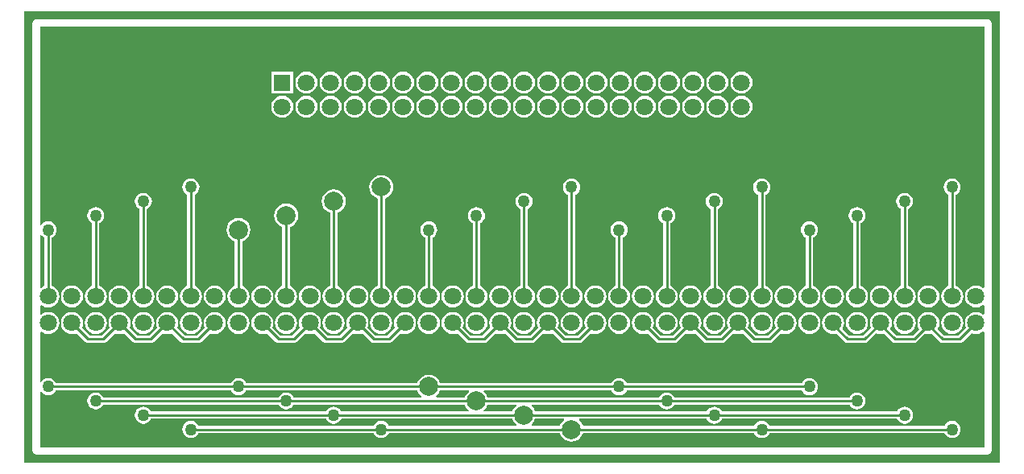
<source format=gbl>
G04 Layer_Physical_Order=2*
G04 Layer_Color=16711680*
%FSLAX25Y25*%
%MOIN*%
G70*
G01*
G75*
%ADD10C,0.01000*%
%ADD11C,0.07087*%
%ADD12R,0.07087X0.07087*%
%ADD13C,0.07874*%
%ADD14C,0.05000*%
G36*
X600394Y226378D02*
X196850D01*
Y413386D01*
X600394D01*
Y226378D01*
D02*
G37*
%LPC*%
G36*
X595472Y409994D02*
X201772D01*
X201186Y409877D01*
X200690Y409546D01*
X200359Y409050D01*
X200242Y408465D01*
Y231299D01*
X200359Y230714D01*
X200690Y230218D01*
X201186Y229886D01*
X201772Y229770D01*
X595472D01*
X596058Y229886D01*
X596554Y230218D01*
X596885Y230714D01*
X597002Y231299D01*
Y408465D01*
X596885Y409050D01*
X596554Y409546D01*
X596058Y409877D01*
X595472Y409994D01*
D02*
G37*
%LPD*%
G36*
X204197Y320338D02*
X204928Y319777D01*
X205164Y319680D01*
Y299560D01*
X204402Y299244D01*
X203801Y298783D01*
X203301Y299030D01*
Y320684D01*
X203801Y320854D01*
X204197Y320338D01*
D02*
G37*
G36*
X593943Y299030D02*
X593443Y298783D01*
X592842Y299244D01*
X591737Y299702D01*
X590551Y299858D01*
X589365Y299702D01*
X588260Y299244D01*
X587311Y298516D01*
X586583Y297567D01*
X586125Y296462D01*
X585969Y295276D01*
X586125Y294090D01*
X586583Y292984D01*
X587311Y292035D01*
X588260Y291307D01*
X589365Y290849D01*
X590551Y290693D01*
X591737Y290849D01*
X592842Y291307D01*
X593443Y291768D01*
X593943Y291521D01*
Y288006D01*
X593443Y287760D01*
X592842Y288221D01*
X591737Y288678D01*
X590551Y288835D01*
X589365Y288678D01*
X588260Y288221D01*
X587311Y287492D01*
X586583Y286543D01*
X586125Y285438D01*
X585969Y284252D01*
X586125Y283066D01*
X586440Y282304D01*
X583225Y279088D01*
X577405D01*
X574704Y281790D01*
X574835Y281961D01*
X575292Y283066D01*
X575449Y284252D01*
X575292Y285438D01*
X574835Y286543D01*
X574107Y287492D01*
X573157Y288221D01*
X572052Y288678D01*
X570866Y288835D01*
X569680Y288678D01*
X568575Y288221D01*
X567626Y287492D01*
X566898Y286543D01*
X566440Y285438D01*
X566284Y284252D01*
X566440Y283066D01*
X566898Y281961D01*
X567029Y281790D01*
X564327Y279088D01*
X557720D01*
X555019Y281790D01*
X555150Y281961D01*
X555608Y283066D01*
X555764Y284252D01*
X555608Y285438D01*
X555150Y286543D01*
X554421Y287492D01*
X553472Y288221D01*
X552367Y288678D01*
X551181Y288835D01*
X549995Y288678D01*
X548890Y288221D01*
X547941Y287492D01*
X547213Y286543D01*
X546755Y285438D01*
X546599Y284252D01*
X546755Y283066D01*
X547070Y282304D01*
X543855Y279088D01*
X538035D01*
X535334Y281790D01*
X535465Y281961D01*
X535922Y283066D01*
X536079Y284252D01*
X535922Y285438D01*
X535465Y286543D01*
X534736Y287492D01*
X533787Y288221D01*
X532682Y288678D01*
X531496Y288835D01*
X530310Y288678D01*
X529205Y288221D01*
X528256Y287492D01*
X527528Y286543D01*
X527070Y285438D01*
X526914Y284252D01*
X527070Y283066D01*
X527528Y281961D01*
X528256Y281012D01*
X529205Y280283D01*
X530310Y279826D01*
X531496Y279669D01*
X532682Y279826D01*
X532887Y279911D01*
X536320Y276478D01*
X536816Y276146D01*
X537402Y276030D01*
X544488D01*
X545074Y276146D01*
X545570Y276478D01*
X549233Y280141D01*
X549995Y279826D01*
X551181Y279669D01*
X552367Y279826D01*
X552572Y279911D01*
X556005Y276478D01*
X556501Y276146D01*
X557087Y276030D01*
X564961D01*
X565546Y276146D01*
X566042Y276478D01*
X569475Y279911D01*
X569680Y279826D01*
X570866Y279669D01*
X572052Y279826D01*
X572257Y279911D01*
X575690Y276478D01*
X576186Y276146D01*
X576772Y276030D01*
X583858D01*
X584444Y276146D01*
X584940Y276478D01*
X588603Y280141D01*
X589365Y279826D01*
X590551Y279669D01*
X591737Y279826D01*
X592842Y280283D01*
X593443Y280744D01*
X593943Y280498D01*
Y232829D01*
X203301D01*
Y255724D01*
X203801Y255893D01*
X204197Y255378D01*
X204928Y254817D01*
X205779Y254464D01*
X206693Y254344D01*
X207607Y254464D01*
X208458Y254817D01*
X209189Y255378D01*
X209750Y256109D01*
X209848Y256345D01*
X282278D01*
X282376Y256109D01*
X282937Y255378D01*
X283668Y254817D01*
X284519Y254464D01*
X285433Y254344D01*
X286347Y254464D01*
X287198Y254817D01*
X287929Y255378D01*
X288490Y256109D01*
X288588Y256345D01*
X359463D01*
X359861Y255384D01*
X360652Y254353D01*
X361115Y253998D01*
X360945Y253498D01*
X308273D01*
X308175Y253734D01*
X307614Y254465D01*
X306883Y255026D01*
X306032Y255378D01*
X305118Y255499D01*
X304204Y255378D01*
X303353Y255026D01*
X302622Y254465D01*
X302061Y253734D01*
X301963Y253498D01*
X229533D01*
X229435Y253734D01*
X228874Y254465D01*
X228143Y255026D01*
X227292Y255378D01*
X226378Y255499D01*
X225464Y255378D01*
X224613Y255026D01*
X223882Y254465D01*
X223321Y253734D01*
X222968Y252882D01*
X222848Y251969D01*
X222968Y251055D01*
X223321Y250203D01*
X223882Y249472D01*
X224613Y248911D01*
X225464Y248559D01*
X226378Y248438D01*
X227292Y248559D01*
X228143Y248911D01*
X228874Y249472D01*
X229435Y250203D01*
X229533Y250439D01*
X301963D01*
X302061Y250203D01*
X302622Y249472D01*
X303353Y248911D01*
X304204Y248559D01*
X305118Y248438D01*
X306032Y248559D01*
X306883Y248911D01*
X307614Y249472D01*
X308175Y250203D01*
X308273Y250439D01*
X379148D01*
X379546Y249479D01*
X380337Y248447D01*
X380800Y248092D01*
X380630Y247592D01*
X327958D01*
X327860Y247828D01*
X327299Y248559D01*
X326568Y249120D01*
X325717Y249473D01*
X324803Y249593D01*
X323889Y249473D01*
X323038Y249120D01*
X322307Y248559D01*
X321746Y247828D01*
X321648Y247592D01*
X249218D01*
X249120Y247828D01*
X248559Y248559D01*
X247828Y249120D01*
X246977Y249473D01*
X246063Y249593D01*
X245149Y249473D01*
X244298Y249120D01*
X243567Y248559D01*
X243006Y247828D01*
X242653Y246977D01*
X242533Y246063D01*
X242653Y245149D01*
X243006Y244298D01*
X243567Y243567D01*
X244298Y243006D01*
X245149Y242653D01*
X246063Y242533D01*
X246977Y242653D01*
X247828Y243006D01*
X248559Y243567D01*
X249120Y244298D01*
X249218Y244534D01*
X321648D01*
X321746Y244298D01*
X322307Y243567D01*
X323038Y243006D01*
X323889Y242653D01*
X324803Y242533D01*
X325717Y242653D01*
X326568Y243006D01*
X327299Y243567D01*
X327860Y244298D01*
X327958Y244534D01*
X398833D01*
X399231Y243573D01*
X400022Y242542D01*
X400485Y242187D01*
X400315Y241687D01*
X347643D01*
X347545Y241923D01*
X346984Y242654D01*
X346253Y243215D01*
X345402Y243567D01*
X344488Y243688D01*
X343575Y243567D01*
X342723Y243215D01*
X341992Y242654D01*
X341431Y241923D01*
X341333Y241687D01*
X268903D01*
X268805Y241923D01*
X268244Y242654D01*
X267513Y243215D01*
X266662Y243567D01*
X265748Y243688D01*
X264834Y243567D01*
X263983Y243215D01*
X263252Y242654D01*
X262691Y241923D01*
X262338Y241071D01*
X262218Y240158D01*
X262338Y239244D01*
X262691Y238392D01*
X263252Y237661D01*
X263983Y237100D01*
X264834Y236748D01*
X265748Y236627D01*
X266662Y236748D01*
X267513Y237100D01*
X268244Y237661D01*
X268805Y238392D01*
X268903Y238628D01*
X341333D01*
X341431Y238392D01*
X341992Y237661D01*
X342723Y237100D01*
X343575Y236748D01*
X344488Y236627D01*
X345402Y236748D01*
X346253Y237100D01*
X346984Y237661D01*
X347545Y238392D01*
X347643Y238628D01*
X418518D01*
X418916Y237668D01*
X419707Y236636D01*
X420739Y235845D01*
X421940Y235348D01*
X423228Y235178D01*
X424517Y235348D01*
X425718Y235845D01*
X426750Y236636D01*
X427541Y237668D01*
X427939Y238628D01*
X498814D01*
X498911Y238392D01*
X499472Y237661D01*
X500203Y237100D01*
X501055Y236748D01*
X501968Y236627D01*
X502882Y236748D01*
X503734Y237100D01*
X504465Y237661D01*
X505026Y238392D01*
X505123Y238628D01*
X577554D01*
X577651Y238392D01*
X578212Y237661D01*
X578944Y237100D01*
X579795Y236748D01*
X580709Y236627D01*
X581622Y236748D01*
X582474Y237100D01*
X583205Y237661D01*
X583766Y238392D01*
X584119Y239244D01*
X584239Y240158D01*
X584119Y241071D01*
X583766Y241923D01*
X583205Y242654D01*
X582474Y243215D01*
X581622Y243567D01*
X580709Y243688D01*
X579795Y243567D01*
X578944Y243215D01*
X578212Y242654D01*
X577651Y241923D01*
X577554Y241687D01*
X505123D01*
X505026Y241923D01*
X504465Y242654D01*
X503734Y243215D01*
X502882Y243567D01*
X501968Y243688D01*
X501055Y243567D01*
X500203Y243215D01*
X499472Y242654D01*
X498911Y241923D01*
X498814Y241687D01*
X427939D01*
X427541Y242647D01*
X426750Y243679D01*
X426287Y244034D01*
X426457Y244534D01*
X479129D01*
X479226Y244298D01*
X479787Y243567D01*
X480518Y243006D01*
X481370Y242653D01*
X482283Y242533D01*
X483197Y242653D01*
X484049Y243006D01*
X484780Y243567D01*
X485341Y244298D01*
X485438Y244534D01*
X557869D01*
X557966Y244298D01*
X558527Y243567D01*
X559259Y243006D01*
X560110Y242653D01*
X561024Y242533D01*
X561937Y242653D01*
X562789Y243006D01*
X563520Y243567D01*
X564081Y244298D01*
X564433Y245149D01*
X564554Y246063D01*
X564433Y246977D01*
X564081Y247828D01*
X563520Y248559D01*
X562789Y249120D01*
X561937Y249473D01*
X561024Y249593D01*
X560110Y249473D01*
X559259Y249120D01*
X558527Y248559D01*
X557966Y247828D01*
X557869Y247592D01*
X485438D01*
X485341Y247828D01*
X484780Y248559D01*
X484049Y249120D01*
X483197Y249473D01*
X482283Y249593D01*
X481370Y249473D01*
X480518Y249120D01*
X479787Y248559D01*
X479226Y247828D01*
X479129Y247592D01*
X408254D01*
X407856Y248553D01*
X407064Y249584D01*
X406602Y249939D01*
X406772Y250439D01*
X459444D01*
X459541Y250203D01*
X460102Y249472D01*
X460833Y248911D01*
X461685Y248559D01*
X462598Y248438D01*
X463512Y248559D01*
X464363Y248911D01*
X465095Y249472D01*
X465656Y250203D01*
X465753Y250439D01*
X538184D01*
X538281Y250203D01*
X538842Y249472D01*
X539573Y248911D01*
X540425Y248559D01*
X541339Y248438D01*
X542252Y248559D01*
X543104Y248911D01*
X543835Y249472D01*
X544396Y250203D01*
X544748Y251055D01*
X544869Y251969D01*
X544748Y252882D01*
X544396Y253734D01*
X543835Y254465D01*
X543104Y255026D01*
X542252Y255378D01*
X541339Y255499D01*
X540425Y255378D01*
X539573Y255026D01*
X538842Y254465D01*
X538281Y253734D01*
X538184Y253498D01*
X465753D01*
X465656Y253734D01*
X465095Y254465D01*
X464363Y255026D01*
X463512Y255378D01*
X462598Y255499D01*
X461685Y255378D01*
X460833Y255026D01*
X460102Y254465D01*
X459541Y253734D01*
X459444Y253498D01*
X388569D01*
X388171Y254458D01*
X387379Y255490D01*
X386917Y255845D01*
X387087Y256345D01*
X439758D01*
X439856Y256109D01*
X440417Y255378D01*
X441148Y254817D01*
X442000Y254464D01*
X442913Y254344D01*
X443827Y254464D01*
X444678Y254817D01*
X445410Y255378D01*
X445971Y256109D01*
X446068Y256345D01*
X518499D01*
X518596Y256109D01*
X519157Y255378D01*
X519888Y254817D01*
X520740Y254464D01*
X521654Y254344D01*
X522567Y254464D01*
X523419Y254817D01*
X524150Y255378D01*
X524711Y256109D01*
X525064Y256960D01*
X525184Y257874D01*
X525064Y258788D01*
X524711Y259639D01*
X524150Y260370D01*
X523419Y260931D01*
X522567Y261284D01*
X521654Y261404D01*
X520740Y261284D01*
X519888Y260931D01*
X519157Y260370D01*
X518596Y259639D01*
X518499Y259403D01*
X446068D01*
X445971Y259639D01*
X445410Y260370D01*
X444678Y260931D01*
X443827Y261284D01*
X442913Y261404D01*
X442000Y261284D01*
X441148Y260931D01*
X440417Y260370D01*
X439856Y259639D01*
X439758Y259403D01*
X368883D01*
X368486Y260364D01*
X367694Y261395D01*
X366663Y262187D01*
X365462Y262684D01*
X364173Y262854D01*
X362884Y262684D01*
X361683Y262187D01*
X360652Y261395D01*
X359861Y260364D01*
X359463Y259403D01*
X288588D01*
X288490Y259639D01*
X287929Y260370D01*
X287198Y260931D01*
X286347Y261284D01*
X285433Y261404D01*
X284519Y261284D01*
X283668Y260931D01*
X282937Y260370D01*
X282376Y259639D01*
X282278Y259403D01*
X209848D01*
X209750Y259639D01*
X209189Y260370D01*
X208458Y260931D01*
X207607Y261284D01*
X206693Y261404D01*
X205779Y261284D01*
X204928Y260931D01*
X204197Y260370D01*
X203801Y259855D01*
X203301Y260024D01*
Y280498D01*
X203801Y280744D01*
X204402Y280283D01*
X205507Y279826D01*
X206693Y279669D01*
X207879Y279826D01*
X208984Y280283D01*
X209933Y281012D01*
X210662Y281961D01*
X211119Y283066D01*
X211275Y284252D01*
X211119Y285438D01*
X210662Y286543D01*
X209933Y287492D01*
X208984Y288221D01*
X207879Y288678D01*
X206693Y288835D01*
X205507Y288678D01*
X204402Y288221D01*
X203801Y287760D01*
X203301Y288006D01*
Y291521D01*
X203801Y291768D01*
X204402Y291307D01*
X205507Y290849D01*
X206693Y290693D01*
X207879Y290849D01*
X208984Y291307D01*
X209933Y292035D01*
X210662Y292984D01*
X211119Y294090D01*
X211275Y295276D01*
X211119Y296462D01*
X210662Y297567D01*
X209933Y298516D01*
X208984Y299244D01*
X208222Y299560D01*
Y319680D01*
X208458Y319777D01*
X209189Y320338D01*
X209750Y321070D01*
X210103Y321921D01*
X210223Y322835D01*
X210103Y323748D01*
X209750Y324600D01*
X209189Y325331D01*
X208458Y325892D01*
X207607Y326245D01*
X206693Y326365D01*
X205779Y326245D01*
X204928Y325892D01*
X204197Y325331D01*
X203801Y324815D01*
X203301Y324985D01*
Y406935D01*
X593943D01*
Y299030D01*
D02*
G37*
G36*
X380800Y255845D02*
X380337Y255490D01*
X379546Y254458D01*
X379148Y253498D01*
X367401D01*
X367232Y253998D01*
X367694Y254353D01*
X368486Y255384D01*
X368883Y256345D01*
X380630D01*
X380800Y255845D01*
D02*
G37*
G36*
X420170Y244034D02*
X419707Y243679D01*
X418916Y242647D01*
X418518Y241687D01*
X406772D01*
X406602Y242187D01*
X407064Y242542D01*
X407856Y243573D01*
X408254Y244534D01*
X420000D01*
X420170Y244034D01*
D02*
G37*
G36*
X400485Y249939D02*
X400022Y249584D01*
X399231Y248553D01*
X398833Y247592D01*
X387087D01*
X386917Y248092D01*
X387379Y248447D01*
X388171Y249479D01*
X388569Y250439D01*
X400315D01*
X400485Y249939D01*
D02*
G37*
%LPC*%
G36*
X305118Y333720D02*
X303829Y333550D01*
X302628Y333053D01*
X301597Y332261D01*
X300806Y331230D01*
X300308Y330029D01*
X300138Y328740D01*
X300308Y327451D01*
X300806Y326250D01*
X301597Y325219D01*
X302628Y324428D01*
X303589Y324030D01*
Y299560D01*
X302827Y299244D01*
X301878Y298516D01*
X301150Y297567D01*
X300692Y296462D01*
X300536Y295276D01*
X300692Y294090D01*
X301150Y292984D01*
X301878Y292035D01*
X302827Y291307D01*
X303932Y290849D01*
X305118Y290693D01*
X306304Y290849D01*
X307409Y291307D01*
X308358Y292035D01*
X309087Y292984D01*
X309544Y294090D01*
X309701Y295276D01*
X309544Y296462D01*
X309087Y297567D01*
X308358Y298516D01*
X307409Y299244D01*
X306647Y299560D01*
Y324030D01*
X307608Y324428D01*
X308639Y325219D01*
X309431Y326250D01*
X309928Y327451D01*
X310098Y328740D01*
X309928Y330029D01*
X309431Y331230D01*
X308639Y332261D01*
X307608Y333053D01*
X306407Y333550D01*
X305118Y333720D01*
D02*
G37*
G36*
X295276Y299858D02*
X294090Y299702D01*
X292984Y299244D01*
X292035Y298516D01*
X291307Y297567D01*
X290849Y296462D01*
X290693Y295276D01*
X290849Y294090D01*
X291307Y292984D01*
X292035Y292035D01*
X292984Y291307D01*
X294090Y290849D01*
X295276Y290693D01*
X296462Y290849D01*
X297567Y291307D01*
X298516Y292035D01*
X299244Y292984D01*
X299702Y294090D01*
X299858Y295276D01*
X299702Y296462D01*
X299244Y297567D01*
X298516Y298516D01*
X297567Y299244D01*
X296462Y299702D01*
X295276Y299858D01*
D02*
G37*
G36*
X324803Y339625D02*
X323514Y339456D01*
X322313Y338958D01*
X321282Y338167D01*
X320491Y337136D01*
X319993Y335934D01*
X319824Y334646D01*
X319993Y333357D01*
X320491Y332156D01*
X321282Y331124D01*
X322313Y330333D01*
X323274Y329935D01*
Y299560D01*
X322512Y299244D01*
X321563Y298516D01*
X320835Y297567D01*
X320377Y296462D01*
X320221Y295276D01*
X320377Y294090D01*
X320835Y292984D01*
X321563Y292035D01*
X322512Y291307D01*
X323617Y290849D01*
X324803Y290693D01*
X325989Y290849D01*
X327094Y291307D01*
X328044Y292035D01*
X328772Y292984D01*
X329229Y294090D01*
X329386Y295276D01*
X329229Y296462D01*
X328772Y297567D01*
X328044Y298516D01*
X327094Y299244D01*
X326332Y299560D01*
Y329935D01*
X327293Y330333D01*
X328324Y331124D01*
X329116Y332156D01*
X329613Y333357D01*
X329783Y334646D01*
X329613Y335934D01*
X329116Y337136D01*
X328324Y338167D01*
X327293Y338958D01*
X326092Y339456D01*
X324803Y339625D01*
D02*
G37*
G36*
X314961Y299858D02*
X313775Y299702D01*
X312669Y299244D01*
X311720Y298516D01*
X310992Y297567D01*
X310534Y296462D01*
X310378Y295276D01*
X310534Y294090D01*
X310992Y292984D01*
X311720Y292035D01*
X312669Y291307D01*
X313775Y290849D01*
X314961Y290693D01*
X316147Y290849D01*
X317252Y291307D01*
X318201Y292035D01*
X318929Y292984D01*
X319387Y294090D01*
X319543Y295276D01*
X319387Y296462D01*
X318929Y297567D01*
X318201Y298516D01*
X317252Y299244D01*
X316147Y299702D01*
X314961Y299858D01*
D02*
G37*
G36*
X255906D02*
X254719Y299702D01*
X253614Y299244D01*
X252665Y298516D01*
X251937Y297567D01*
X251479Y296462D01*
X251323Y295276D01*
X251479Y294090D01*
X251937Y292984D01*
X252665Y292035D01*
X253614Y291307D01*
X254719Y290849D01*
X255906Y290693D01*
X257092Y290849D01*
X258197Y291307D01*
X259146Y292035D01*
X259874Y292984D01*
X260332Y294090D01*
X260488Y295276D01*
X260332Y296462D01*
X259874Y297567D01*
X259146Y298516D01*
X258197Y299244D01*
X257092Y299702D01*
X255906Y299858D01*
D02*
G37*
G36*
X246063Y338176D02*
X245149Y338056D01*
X244298Y337703D01*
X243567Y337142D01*
X243006Y336411D01*
X242653Y335559D01*
X242533Y334646D01*
X242653Y333732D01*
X243006Y332881D01*
X243567Y332149D01*
X244298Y331588D01*
X244534Y331491D01*
Y299560D01*
X243772Y299244D01*
X242823Y298516D01*
X242094Y297567D01*
X241637Y296462D01*
X241480Y295276D01*
X241637Y294090D01*
X242094Y292984D01*
X242823Y292035D01*
X243772Y291307D01*
X244877Y290849D01*
X246063Y290693D01*
X247249Y290849D01*
X248354Y291307D01*
X249303Y292035D01*
X250032Y292984D01*
X250489Y294090D01*
X250645Y295276D01*
X250489Y296462D01*
X250032Y297567D01*
X249303Y298516D01*
X248354Y299244D01*
X247592Y299560D01*
Y331491D01*
X247828Y331588D01*
X248559Y332149D01*
X249120Y332881D01*
X249473Y333732D01*
X249593Y334646D01*
X249473Y335559D01*
X249120Y336411D01*
X248559Y337142D01*
X247828Y337703D01*
X246977Y338056D01*
X246063Y338176D01*
D02*
G37*
G36*
X236221Y299858D02*
X235034Y299702D01*
X233929Y299244D01*
X232980Y298516D01*
X232252Y297567D01*
X231794Y296462D01*
X231638Y295276D01*
X231794Y294090D01*
X232252Y292984D01*
X232980Y292035D01*
X233929Y291307D01*
X235034Y290849D01*
X236221Y290693D01*
X237406Y290849D01*
X238512Y291307D01*
X239461Y292035D01*
X240189Y292984D01*
X240647Y294090D01*
X240803Y295276D01*
X240647Y296462D01*
X240189Y297567D01*
X239461Y298516D01*
X238512Y299244D01*
X237406Y299702D01*
X236221Y299858D01*
D02*
G37*
G36*
X285433Y327814D02*
X284144Y327645D01*
X282943Y327147D01*
X281912Y326356D01*
X281121Y325325D01*
X280623Y324124D01*
X280453Y322835D01*
X280623Y321546D01*
X281121Y320345D01*
X281912Y319314D01*
X282943Y318522D01*
X283904Y318124D01*
Y299560D01*
X283142Y299244D01*
X282193Y298516D01*
X281465Y297567D01*
X281007Y296462D01*
X280851Y295276D01*
X281007Y294090D01*
X281465Y292984D01*
X282193Y292035D01*
X283142Y291307D01*
X284247Y290849D01*
X285433Y290693D01*
X286619Y290849D01*
X287724Y291307D01*
X288673Y292035D01*
X289402Y292984D01*
X289859Y294090D01*
X290016Y295276D01*
X289859Y296462D01*
X289402Y297567D01*
X288673Y298516D01*
X287724Y299244D01*
X286963Y299560D01*
Y318124D01*
X287923Y318522D01*
X288954Y319314D01*
X289745Y320345D01*
X290243Y321546D01*
X290413Y322835D01*
X290243Y324124D01*
X289745Y325325D01*
X288954Y326356D01*
X287923Y327147D01*
X286722Y327645D01*
X285433Y327814D01*
D02*
G37*
G36*
X275590Y299858D02*
X274405Y299702D01*
X273299Y299244D01*
X272350Y298516D01*
X271622Y297567D01*
X271164Y296462D01*
X271008Y295276D01*
X271164Y294090D01*
X271622Y292984D01*
X272350Y292035D01*
X273299Y291307D01*
X274405Y290849D01*
X275590Y290693D01*
X276777Y290849D01*
X277882Y291307D01*
X278831Y292035D01*
X279559Y292984D01*
X280017Y294090D01*
X280173Y295276D01*
X280017Y296462D01*
X279559Y297567D01*
X278831Y298516D01*
X277882Y299244D01*
X276777Y299702D01*
X275590Y299858D01*
D02*
G37*
G36*
X265748Y344081D02*
X264834Y343961D01*
X263983Y343608D01*
X263252Y343047D01*
X262691Y342316D01*
X262338Y341465D01*
X262218Y340551D01*
X262338Y339637D01*
X262691Y338786D01*
X263252Y338055D01*
X263983Y337494D01*
X264219Y337396D01*
Y299560D01*
X263457Y299244D01*
X262508Y298516D01*
X261779Y297567D01*
X261322Y296462D01*
X261165Y295276D01*
X261322Y294090D01*
X261779Y292984D01*
X262508Y292035D01*
X263457Y291307D01*
X264562Y290849D01*
X265748Y290693D01*
X266934Y290849D01*
X268039Y291307D01*
X268988Y292035D01*
X269717Y292984D01*
X270174Y294090D01*
X270331Y295276D01*
X270174Y296462D01*
X269717Y297567D01*
X268988Y298516D01*
X268039Y299244D01*
X267277Y299560D01*
Y337396D01*
X267513Y337494D01*
X268244Y338055D01*
X268805Y338786D01*
X269158Y339637D01*
X269278Y340551D01*
X269158Y341465D01*
X268805Y342316D01*
X268244Y343047D01*
X267513Y343608D01*
X266662Y343961D01*
X265748Y344081D01*
D02*
G37*
G36*
X334646Y299858D02*
X333460Y299702D01*
X332354Y299244D01*
X331405Y298516D01*
X330677Y297567D01*
X330219Y296462D01*
X330063Y295276D01*
X330219Y294090D01*
X330677Y292984D01*
X331405Y292035D01*
X332354Y291307D01*
X333460Y290849D01*
X334646Y290693D01*
X335832Y290849D01*
X336937Y291307D01*
X337886Y292035D01*
X338614Y292984D01*
X339072Y294090D01*
X339228Y295276D01*
X339072Y296462D01*
X338614Y297567D01*
X337886Y298516D01*
X336937Y299244D01*
X335832Y299702D01*
X334646Y299858D01*
D02*
G37*
G36*
X423228Y344081D02*
X422315Y343961D01*
X421463Y343608D01*
X420732Y343047D01*
X420171Y342316D01*
X419818Y341465D01*
X419698Y340551D01*
X419818Y339637D01*
X420171Y338786D01*
X420732Y338055D01*
X421463Y337494D01*
X421699Y337396D01*
Y299560D01*
X420937Y299244D01*
X419988Y298516D01*
X419260Y297567D01*
X418802Y296462D01*
X418646Y295276D01*
X418802Y294090D01*
X419260Y292984D01*
X419988Y292035D01*
X420937Y291307D01*
X422042Y290849D01*
X423228Y290693D01*
X424414Y290849D01*
X425520Y291307D01*
X426469Y292035D01*
X427197Y292984D01*
X427655Y294090D01*
X427811Y295276D01*
X427655Y296462D01*
X427197Y297567D01*
X426469Y298516D01*
X425520Y299244D01*
X424758Y299560D01*
Y337396D01*
X424993Y337494D01*
X425725Y338055D01*
X426286Y338786D01*
X426638Y339637D01*
X426758Y340551D01*
X426638Y341465D01*
X426286Y342316D01*
X425725Y343047D01*
X424993Y343608D01*
X424142Y343961D01*
X423228Y344081D01*
D02*
G37*
G36*
X413386Y299858D02*
X412200Y299702D01*
X411095Y299244D01*
X410146Y298516D01*
X409417Y297567D01*
X408959Y296462D01*
X408803Y295276D01*
X408959Y294090D01*
X409417Y292984D01*
X410146Y292035D01*
X411095Y291307D01*
X412200Y290849D01*
X413386Y290693D01*
X414572Y290849D01*
X415677Y291307D01*
X416626Y292035D01*
X417354Y292984D01*
X417812Y294090D01*
X417968Y295276D01*
X417812Y296462D01*
X417354Y297567D01*
X416626Y298516D01*
X415677Y299244D01*
X414572Y299702D01*
X413386Y299858D01*
D02*
G37*
G36*
X403543Y338176D02*
X402630Y338056D01*
X401778Y337703D01*
X401047Y337142D01*
X400486Y336411D01*
X400133Y335559D01*
X400013Y334646D01*
X400133Y333732D01*
X400486Y332881D01*
X401047Y332149D01*
X401778Y331588D01*
X402014Y331491D01*
Y299560D01*
X401252Y299244D01*
X400303Y298516D01*
X399575Y297567D01*
X399117Y296462D01*
X398961Y295276D01*
X399117Y294090D01*
X399575Y292984D01*
X400303Y292035D01*
X401252Y291307D01*
X402357Y290849D01*
X403543Y290693D01*
X404729Y290849D01*
X405835Y291307D01*
X406784Y292035D01*
X407512Y292984D01*
X407970Y294090D01*
X408126Y295276D01*
X407970Y296462D01*
X407512Y297567D01*
X406784Y298516D01*
X405835Y299244D01*
X405073Y299560D01*
Y331491D01*
X405308Y331588D01*
X406039Y332149D01*
X406601Y332881D01*
X406953Y333732D01*
X407073Y334646D01*
X406953Y335559D01*
X406601Y336411D01*
X406039Y337142D01*
X405308Y337703D01*
X404457Y338056D01*
X403543Y338176D01*
D02*
G37*
G36*
X452756Y299858D02*
X451570Y299702D01*
X450465Y299244D01*
X449516Y298516D01*
X448787Y297567D01*
X448330Y296462D01*
X448173Y295276D01*
X448330Y294090D01*
X448787Y292984D01*
X449516Y292035D01*
X450465Y291307D01*
X451570Y290849D01*
X452756Y290693D01*
X453942Y290849D01*
X455047Y291307D01*
X455996Y292035D01*
X456725Y292984D01*
X457182Y294090D01*
X457338Y295276D01*
X457182Y296462D01*
X456725Y297567D01*
X455996Y298516D01*
X455047Y299244D01*
X453942Y299702D01*
X452756Y299858D01*
D02*
G37*
G36*
X442913Y326365D02*
X442000Y326245D01*
X441148Y325892D01*
X440417Y325331D01*
X439856Y324600D01*
X439503Y323748D01*
X439383Y322835D01*
X439503Y321921D01*
X439856Y321070D01*
X440417Y320338D01*
X441148Y319777D01*
X441384Y319680D01*
Y299560D01*
X440622Y299244D01*
X439673Y298516D01*
X438945Y297567D01*
X438487Y296462D01*
X438331Y295276D01*
X438487Y294090D01*
X438945Y292984D01*
X439673Y292035D01*
X440622Y291307D01*
X441727Y290849D01*
X442913Y290693D01*
X444099Y290849D01*
X445205Y291307D01*
X446154Y292035D01*
X446882Y292984D01*
X447340Y294090D01*
X447496Y295276D01*
X447340Y296462D01*
X446882Y297567D01*
X446154Y298516D01*
X445205Y299244D01*
X444443Y299560D01*
Y319680D01*
X444678Y319777D01*
X445410Y320338D01*
X445971Y321070D01*
X446323Y321921D01*
X446444Y322835D01*
X446323Y323748D01*
X445971Y324600D01*
X445410Y325331D01*
X444678Y325892D01*
X443827Y326245D01*
X442913Y326365D01*
D02*
G37*
G36*
X433071Y299858D02*
X431885Y299702D01*
X430780Y299244D01*
X429831Y298516D01*
X429102Y297567D01*
X428645Y296462D01*
X428488Y295276D01*
X428645Y294090D01*
X429102Y292984D01*
X429831Y292035D01*
X430780Y291307D01*
X431885Y290849D01*
X433071Y290693D01*
X434257Y290849D01*
X435362Y291307D01*
X436311Y292035D01*
X437039Y292984D01*
X437497Y294090D01*
X437653Y295276D01*
X437497Y296462D01*
X437039Y297567D01*
X436311Y298516D01*
X435362Y299244D01*
X434257Y299702D01*
X433071Y299858D01*
D02*
G37*
G36*
X364173Y326365D02*
X363260Y326245D01*
X362408Y325892D01*
X361677Y325331D01*
X361116Y324600D01*
X360763Y323748D01*
X360643Y322835D01*
X360763Y321921D01*
X361116Y321070D01*
X361677Y320338D01*
X362408Y319777D01*
X362644Y319680D01*
Y299560D01*
X361882Y299244D01*
X360933Y298516D01*
X360205Y297567D01*
X359747Y296462D01*
X359591Y295276D01*
X359747Y294090D01*
X360205Y292984D01*
X360933Y292035D01*
X361882Y291307D01*
X362987Y290849D01*
X364173Y290693D01*
X365359Y290849D01*
X366464Y291307D01*
X367413Y292035D01*
X368142Y292984D01*
X368600Y294090D01*
X368756Y295276D01*
X368600Y296462D01*
X368142Y297567D01*
X367413Y298516D01*
X366464Y299244D01*
X365703Y299560D01*
Y319680D01*
X365938Y319777D01*
X366670Y320338D01*
X367231Y321070D01*
X367583Y321921D01*
X367703Y322835D01*
X367583Y323748D01*
X367231Y324600D01*
X366670Y325331D01*
X365938Y325892D01*
X365087Y326245D01*
X364173Y326365D01*
D02*
G37*
G36*
X354331Y299858D02*
X353145Y299702D01*
X352040Y299244D01*
X351090Y298516D01*
X350362Y297567D01*
X349904Y296462D01*
X349748Y295276D01*
X349904Y294090D01*
X350362Y292984D01*
X351090Y292035D01*
X352040Y291307D01*
X353145Y290849D01*
X354331Y290693D01*
X355517Y290849D01*
X356622Y291307D01*
X357571Y292035D01*
X358299Y292984D01*
X358757Y294090D01*
X358913Y295276D01*
X358757Y296462D01*
X358299Y297567D01*
X357571Y298516D01*
X356622Y299244D01*
X355517Y299702D01*
X354331Y299858D01*
D02*
G37*
G36*
X344488Y345531D02*
X343199Y345361D01*
X341998Y344864D01*
X340967Y344072D01*
X340176Y343041D01*
X339678Y341840D01*
X339509Y340551D01*
X339678Y339262D01*
X340176Y338061D01*
X340967Y337030D01*
X341998Y336239D01*
X342959Y335841D01*
Y299560D01*
X342197Y299244D01*
X341248Y298516D01*
X340520Y297567D01*
X340062Y296462D01*
X339906Y295276D01*
X340062Y294090D01*
X340520Y292984D01*
X341248Y292035D01*
X342197Y291307D01*
X343302Y290849D01*
X344488Y290693D01*
X345674Y290849D01*
X346779Y291307D01*
X347728Y292035D01*
X348457Y292984D01*
X348915Y294090D01*
X349071Y295276D01*
X348915Y296462D01*
X348457Y297567D01*
X347728Y298516D01*
X346779Y299244D01*
X346018Y299560D01*
Y335841D01*
X346978Y336239D01*
X348009Y337030D01*
X348801Y338061D01*
X349298Y339262D01*
X349468Y340551D01*
X349298Y341840D01*
X348801Y343041D01*
X348009Y344072D01*
X346978Y344864D01*
X345777Y345361D01*
X344488Y345531D01*
D02*
G37*
G36*
X393701Y299858D02*
X392515Y299702D01*
X391409Y299244D01*
X390460Y298516D01*
X389732Y297567D01*
X389274Y296462D01*
X389118Y295276D01*
X389274Y294090D01*
X389732Y292984D01*
X390460Y292035D01*
X391409Y291307D01*
X392515Y290849D01*
X393701Y290693D01*
X394887Y290849D01*
X395992Y291307D01*
X396941Y292035D01*
X397669Y292984D01*
X398127Y294090D01*
X398283Y295276D01*
X398127Y296462D01*
X397669Y297567D01*
X396941Y298516D01*
X395992Y299244D01*
X394887Y299702D01*
X393701Y299858D01*
D02*
G37*
G36*
X383858Y332270D02*
X382945Y332150D01*
X382093Y331797D01*
X381362Y331236D01*
X380801Y330505D01*
X380448Y329654D01*
X380328Y328740D01*
X380448Y327826D01*
X380801Y326975D01*
X381362Y326244D01*
X382093Y325683D01*
X382329Y325585D01*
Y299560D01*
X381567Y299244D01*
X380618Y298516D01*
X379890Y297567D01*
X379432Y296462D01*
X379276Y295276D01*
X379432Y294090D01*
X379890Y292984D01*
X380618Y292035D01*
X381567Y291307D01*
X382672Y290849D01*
X383858Y290693D01*
X385044Y290849D01*
X386150Y291307D01*
X387099Y292035D01*
X387827Y292984D01*
X388285Y294090D01*
X388441Y295276D01*
X388285Y296462D01*
X387827Y297567D01*
X387099Y298516D01*
X386150Y299244D01*
X385388Y299560D01*
Y325585D01*
X385623Y325683D01*
X386354Y326244D01*
X386915Y326975D01*
X387268Y327826D01*
X387388Y328740D01*
X387268Y329654D01*
X386915Y330505D01*
X386354Y331236D01*
X385623Y331797D01*
X384772Y332150D01*
X383858Y332270D01*
D02*
G37*
G36*
X374016Y299858D02*
X372830Y299702D01*
X371725Y299244D01*
X370775Y298516D01*
X370047Y297567D01*
X369589Y296462D01*
X369433Y295276D01*
X369589Y294090D01*
X370047Y292984D01*
X370775Y292035D01*
X371725Y291307D01*
X372830Y290849D01*
X374016Y290693D01*
X375202Y290849D01*
X376307Y291307D01*
X377256Y292035D01*
X377984Y292984D01*
X378442Y294090D01*
X378598Y295276D01*
X378442Y296462D01*
X377984Y297567D01*
X377256Y298516D01*
X376307Y299244D01*
X375202Y299702D01*
X374016Y299858D01*
D02*
G37*
G36*
X305118Y288835D02*
X303932Y288678D01*
X302827Y288221D01*
X301878Y287492D01*
X301150Y286543D01*
X300692Y285438D01*
X300536Y284252D01*
X300692Y283066D01*
X301150Y281961D01*
X301878Y281012D01*
X302827Y280283D01*
X303932Y279826D01*
X305118Y279669D01*
X306304Y279826D01*
X307409Y280283D01*
X308358Y281012D01*
X309087Y281961D01*
X309544Y283066D01*
X309701Y284252D01*
X309544Y285438D01*
X309087Y286543D01*
X308358Y287492D01*
X307409Y288221D01*
X306304Y288678D01*
X305118Y288835D01*
D02*
G37*
G36*
X285433D02*
X284247Y288678D01*
X283142Y288221D01*
X282193Y287492D01*
X281465Y286543D01*
X281007Y285438D01*
X280851Y284252D01*
X281007Y283066D01*
X281465Y281961D01*
X282193Y281012D01*
X283142Y280283D01*
X284247Y279826D01*
X285433Y279669D01*
X286619Y279826D01*
X287724Y280283D01*
X288673Y281012D01*
X289402Y281961D01*
X289859Y283066D01*
X290016Y284252D01*
X289859Y285438D01*
X289402Y286543D01*
X288673Y287492D01*
X287724Y288221D01*
X286619Y288678D01*
X285433Y288835D01*
D02*
G37*
G36*
X265748D02*
X264562Y288678D01*
X263457Y288221D01*
X262508Y287492D01*
X261779Y286543D01*
X261322Y285438D01*
X261165Y284252D01*
X261322Y283066D01*
X261779Y281961D01*
X262508Y281012D01*
X263457Y280283D01*
X264562Y279826D01*
X265748Y279669D01*
X266934Y279826D01*
X268039Y280283D01*
X268988Y281012D01*
X269717Y281961D01*
X270174Y283066D01*
X270331Y284252D01*
X270174Y285438D01*
X269717Y286543D01*
X268988Y287492D01*
X268039Y288221D01*
X266934Y288678D01*
X265748Y288835D01*
D02*
G37*
G36*
X364173D02*
X362987Y288678D01*
X361882Y288221D01*
X360933Y287492D01*
X360205Y286543D01*
X359747Y285438D01*
X359591Y284252D01*
X359747Y283066D01*
X360205Y281961D01*
X360933Y281012D01*
X361882Y280283D01*
X362987Y279826D01*
X364173Y279669D01*
X365359Y279826D01*
X366464Y280283D01*
X367413Y281012D01*
X368142Y281961D01*
X368600Y283066D01*
X368756Y284252D01*
X368600Y285438D01*
X368142Y286543D01*
X367413Y287492D01*
X366464Y288221D01*
X365359Y288678D01*
X364173Y288835D01*
D02*
G37*
G36*
X344488D02*
X343302Y288678D01*
X342197Y288221D01*
X341248Y287492D01*
X340520Y286543D01*
X340062Y285438D01*
X339906Y284252D01*
X340062Y283066D01*
X340520Y281961D01*
X341248Y281012D01*
X342197Y280283D01*
X343302Y279826D01*
X344488Y279669D01*
X345674Y279826D01*
X346779Y280283D01*
X347728Y281012D01*
X348457Y281961D01*
X348915Y283066D01*
X349071Y284252D01*
X348915Y285438D01*
X348457Y286543D01*
X347728Y287492D01*
X346779Y288221D01*
X345674Y288678D01*
X344488Y288835D01*
D02*
G37*
G36*
X324803D02*
X323617Y288678D01*
X322512Y288221D01*
X321563Y287492D01*
X320835Y286543D01*
X320377Y285438D01*
X320221Y284252D01*
X320377Y283066D01*
X320835Y281961D01*
X321563Y281012D01*
X322512Y280283D01*
X323617Y279826D01*
X324803Y279669D01*
X325989Y279826D01*
X327094Y280283D01*
X328044Y281012D01*
X328772Y281961D01*
X329229Y283066D01*
X329386Y284252D01*
X329229Y285438D01*
X328772Y286543D01*
X328044Y287492D01*
X327094Y288221D01*
X325989Y288678D01*
X324803Y288835D01*
D02*
G37*
G36*
X433071D02*
X431885Y288678D01*
X430780Y288221D01*
X429831Y287492D01*
X429102Y286543D01*
X428645Y285438D01*
X428488Y284252D01*
X428645Y283066D01*
X428960Y282304D01*
X425744Y279088D01*
X420712D01*
X417497Y282304D01*
X417812Y283066D01*
X417968Y284252D01*
X417812Y285438D01*
X417354Y286543D01*
X416626Y287492D01*
X415677Y288221D01*
X414572Y288678D01*
X413386Y288835D01*
X412200Y288678D01*
X411095Y288221D01*
X410146Y287492D01*
X409417Y286543D01*
X408959Y285438D01*
X408803Y284252D01*
X408959Y283066D01*
X409275Y282304D01*
X406059Y279088D01*
X401027D01*
X397812Y282304D01*
X398127Y283066D01*
X398283Y284252D01*
X398127Y285438D01*
X397669Y286543D01*
X396941Y287492D01*
X395992Y288221D01*
X394887Y288678D01*
X393701Y288835D01*
X392515Y288678D01*
X391409Y288221D01*
X390460Y287492D01*
X389732Y286543D01*
X389274Y285438D01*
X389118Y284252D01*
X389274Y283066D01*
X389590Y282304D01*
X386374Y279088D01*
X381342D01*
X378127Y282304D01*
X378442Y283066D01*
X378598Y284252D01*
X378442Y285438D01*
X377984Y286543D01*
X377256Y287492D01*
X376307Y288221D01*
X375202Y288678D01*
X374016Y288835D01*
X372830Y288678D01*
X371725Y288221D01*
X370775Y287492D01*
X370047Y286543D01*
X369589Y285438D01*
X369433Y284252D01*
X369589Y283066D01*
X370047Y281961D01*
X370775Y281012D01*
X371725Y280283D01*
X372830Y279826D01*
X374016Y279669D01*
X375202Y279826D01*
X375964Y280141D01*
X379627Y276478D01*
X380123Y276146D01*
X380709Y276030D01*
X387008D01*
X387593Y276146D01*
X388089Y276478D01*
X391753Y280141D01*
X392515Y279826D01*
X393701Y279669D01*
X394887Y279826D01*
X395649Y280141D01*
X399312Y276478D01*
X399808Y276146D01*
X400394Y276030D01*
X406693D01*
X407278Y276146D01*
X407774Y276478D01*
X411438Y280141D01*
X412200Y279826D01*
X413386Y279669D01*
X414572Y279826D01*
X415334Y280141D01*
X418997Y276478D01*
X419493Y276146D01*
X420079Y276030D01*
X426378D01*
X426963Y276146D01*
X427459Y276478D01*
X431123Y280141D01*
X431885Y279826D01*
X433071Y279669D01*
X434257Y279826D01*
X435362Y280283D01*
X436311Y281012D01*
X437039Y281961D01*
X437497Y283066D01*
X437653Y284252D01*
X437497Y285438D01*
X437039Y286543D01*
X436311Y287492D01*
X435362Y288221D01*
X434257Y288678D01*
X433071Y288835D01*
D02*
G37*
G36*
X354331D02*
X353145Y288678D01*
X352040Y288221D01*
X351090Y287492D01*
X350362Y286543D01*
X349904Y285438D01*
X349748Y284252D01*
X349904Y283066D01*
X350220Y282304D01*
X347004Y279088D01*
X341972D01*
X338756Y282304D01*
X339072Y283066D01*
X339228Y284252D01*
X339072Y285438D01*
X338614Y286543D01*
X337886Y287492D01*
X336937Y288221D01*
X335832Y288678D01*
X334646Y288835D01*
X333460Y288678D01*
X332354Y288221D01*
X331405Y287492D01*
X330677Y286543D01*
X330219Y285438D01*
X330063Y284252D01*
X330219Y283066D01*
X330535Y282304D01*
X327319Y279088D01*
X322287D01*
X319071Y282304D01*
X319387Y283066D01*
X319543Y284252D01*
X319387Y285438D01*
X318929Y286543D01*
X318201Y287492D01*
X317252Y288221D01*
X316147Y288678D01*
X314961Y288835D01*
X313775Y288678D01*
X312669Y288221D01*
X311720Y287492D01*
X310992Y286543D01*
X310534Y285438D01*
X310378Y284252D01*
X310534Y283066D01*
X310850Y282304D01*
X307634Y279088D01*
X302602D01*
X299386Y282304D01*
X299702Y283066D01*
X299858Y284252D01*
X299702Y285438D01*
X299244Y286543D01*
X298516Y287492D01*
X297567Y288221D01*
X296462Y288678D01*
X295276Y288835D01*
X294090Y288678D01*
X292984Y288221D01*
X292035Y287492D01*
X291307Y286543D01*
X290849Y285438D01*
X290693Y284252D01*
X290849Y283066D01*
X291307Y281961D01*
X292035Y281012D01*
X292984Y280283D01*
X294090Y279826D01*
X295276Y279669D01*
X296462Y279826D01*
X297223Y280141D01*
X300887Y276478D01*
X301383Y276146D01*
X301969Y276030D01*
X308268D01*
X308853Y276146D01*
X309349Y276478D01*
X313013Y280141D01*
X313775Y279826D01*
X314961Y279669D01*
X316147Y279826D01*
X316909Y280141D01*
X320572Y276478D01*
X321068Y276146D01*
X321654Y276030D01*
X327953D01*
X328538Y276146D01*
X329034Y276478D01*
X332698Y280141D01*
X333460Y279826D01*
X334646Y279669D01*
X335832Y279826D01*
X336594Y280141D01*
X340257Y276478D01*
X340753Y276146D01*
X341339Y276030D01*
X347638D01*
X348223Y276146D01*
X348719Y276478D01*
X352383Y280141D01*
X353145Y279826D01*
X354331Y279669D01*
X355517Y279826D01*
X356622Y280283D01*
X357571Y281012D01*
X358299Y281961D01*
X358757Y283066D01*
X358913Y284252D01*
X358757Y285438D01*
X358299Y286543D01*
X357571Y287492D01*
X356622Y288221D01*
X355517Y288678D01*
X354331Y288835D01*
D02*
G37*
G36*
X275590D02*
X274405Y288678D01*
X273299Y288221D01*
X272350Y287492D01*
X271622Y286543D01*
X271164Y285438D01*
X271008Y284252D01*
X271164Y283066D01*
X271480Y282304D01*
X268264Y279088D01*
X263232D01*
X260016Y282304D01*
X260332Y283066D01*
X260488Y284252D01*
X260332Y285438D01*
X259874Y286543D01*
X259146Y287492D01*
X258197Y288221D01*
X257092Y288678D01*
X255906Y288835D01*
X254719Y288678D01*
X253614Y288221D01*
X252665Y287492D01*
X251937Y286543D01*
X251479Y285438D01*
X251323Y284252D01*
X251479Y283066D01*
X251795Y282304D01*
X248579Y279088D01*
X243547D01*
X240331Y282304D01*
X240647Y283066D01*
X240803Y284252D01*
X240647Y285438D01*
X240189Y286543D01*
X239461Y287492D01*
X238512Y288221D01*
X237406Y288678D01*
X236221Y288835D01*
X235034Y288678D01*
X233929Y288221D01*
X232980Y287492D01*
X232252Y286543D01*
X231794Y285438D01*
X231638Y284252D01*
X231794Y283066D01*
X232110Y282304D01*
X228894Y279088D01*
X223862D01*
X220646Y282304D01*
X220962Y283066D01*
X221118Y284252D01*
X220962Y285438D01*
X220504Y286543D01*
X219776Y287492D01*
X218827Y288221D01*
X217722Y288678D01*
X216535Y288835D01*
X215349Y288678D01*
X214244Y288221D01*
X213295Y287492D01*
X212567Y286543D01*
X212109Y285438D01*
X211953Y284252D01*
X212109Y283066D01*
X212567Y281961D01*
X213295Y281012D01*
X214244Y280283D01*
X215349Y279826D01*
X216535Y279669D01*
X217722Y279826D01*
X218483Y280141D01*
X222147Y276478D01*
X222643Y276146D01*
X223228Y276030D01*
X229528D01*
X230113Y276146D01*
X230609Y276478D01*
X234273Y280141D01*
X235034Y279826D01*
X236221Y279669D01*
X237406Y279826D01*
X238168Y280141D01*
X241832Y276478D01*
X242328Y276146D01*
X242913Y276030D01*
X249213D01*
X249798Y276146D01*
X250294Y276478D01*
X253958Y280141D01*
X254719Y279826D01*
X255906Y279669D01*
X257092Y279826D01*
X257853Y280141D01*
X261517Y276478D01*
X262013Y276146D01*
X262598Y276030D01*
X268898D01*
X269483Y276146D01*
X269979Y276478D01*
X273643Y280141D01*
X274405Y279826D01*
X275590Y279669D01*
X276777Y279826D01*
X277882Y280283D01*
X278831Y281012D01*
X279559Y281961D01*
X280017Y283066D01*
X280173Y284252D01*
X280017Y285438D01*
X279559Y286543D01*
X278831Y287492D01*
X277882Y288221D01*
X276777Y288678D01*
X275590Y288835D01*
D02*
G37*
G36*
X246063D02*
X244877Y288678D01*
X243772Y288221D01*
X242823Y287492D01*
X242094Y286543D01*
X241637Y285438D01*
X241480Y284252D01*
X241637Y283066D01*
X242094Y281961D01*
X242823Y281012D01*
X243772Y280283D01*
X244877Y279826D01*
X246063Y279669D01*
X247249Y279826D01*
X248354Y280283D01*
X249303Y281012D01*
X250032Y281961D01*
X250489Y283066D01*
X250645Y284252D01*
X250489Y285438D01*
X250032Y286543D01*
X249303Y287492D01*
X248354Y288221D01*
X247249Y288678D01*
X246063Y288835D01*
D02*
G37*
G36*
X226378D02*
X225192Y288678D01*
X224087Y288221D01*
X223138Y287492D01*
X222409Y286543D01*
X221952Y285438D01*
X221795Y284252D01*
X221952Y283066D01*
X222409Y281961D01*
X223138Y281012D01*
X224087Y280283D01*
X225192Y279826D01*
X226378Y279669D01*
X227564Y279826D01*
X228669Y280283D01*
X229618Y281012D01*
X230346Y281961D01*
X230804Y283066D01*
X230960Y284252D01*
X230804Y285438D01*
X230346Y286543D01*
X229618Y287492D01*
X228669Y288221D01*
X227564Y288678D01*
X226378Y288835D01*
D02*
G37*
G36*
X511811D02*
X510625Y288678D01*
X509520Y288221D01*
X508571Y287492D01*
X507842Y286543D01*
X507385Y285438D01*
X507229Y284252D01*
X507385Y283066D01*
X507700Y282304D01*
X504485Y279088D01*
X499452D01*
X496237Y282304D01*
X496552Y283066D01*
X496708Y284252D01*
X496552Y285438D01*
X496095Y286543D01*
X495366Y287492D01*
X494417Y288221D01*
X493312Y288678D01*
X492126Y288835D01*
X490940Y288678D01*
X489835Y288221D01*
X488886Y287492D01*
X488157Y286543D01*
X487700Y285438D01*
X487543Y284252D01*
X487700Y283066D01*
X488015Y282304D01*
X484800Y279088D01*
X479767D01*
X476552Y282304D01*
X476867Y283066D01*
X477023Y284252D01*
X476867Y285438D01*
X476409Y286543D01*
X475681Y287492D01*
X474732Y288221D01*
X473627Y288678D01*
X472441Y288835D01*
X471255Y288678D01*
X470150Y288221D01*
X469201Y287492D01*
X468472Y286543D01*
X468015Y285438D01*
X467858Y284252D01*
X468015Y283066D01*
X468330Y282304D01*
X465114Y279088D01*
X460082D01*
X456867Y282304D01*
X457182Y283066D01*
X457338Y284252D01*
X457182Y285438D01*
X456725Y286543D01*
X455996Y287492D01*
X455047Y288221D01*
X453942Y288678D01*
X452756Y288835D01*
X451570Y288678D01*
X450465Y288221D01*
X449516Y287492D01*
X448787Y286543D01*
X448330Y285438D01*
X448173Y284252D01*
X448330Y283066D01*
X448787Y281961D01*
X449516Y281012D01*
X450465Y280283D01*
X451570Y279826D01*
X452756Y279669D01*
X453942Y279826D01*
X454704Y280141D01*
X458367Y276478D01*
X458863Y276146D01*
X459449Y276030D01*
X465748D01*
X466333Y276146D01*
X466829Y276478D01*
X470493Y280141D01*
X471255Y279826D01*
X472441Y279669D01*
X473627Y279826D01*
X474389Y280141D01*
X478052Y276478D01*
X478549Y276146D01*
X479134Y276030D01*
X485433D01*
X486018Y276146D01*
X486515Y276478D01*
X490178Y280141D01*
X490940Y279826D01*
X492126Y279669D01*
X493312Y279826D01*
X494074Y280141D01*
X497738Y276478D01*
X498234Y276146D01*
X498819Y276030D01*
X505118D01*
X505703Y276146D01*
X506200Y276478D01*
X509863Y280141D01*
X510625Y279826D01*
X511811Y279669D01*
X512997Y279826D01*
X514102Y280283D01*
X515051Y281012D01*
X515780Y281961D01*
X516237Y283066D01*
X516394Y284252D01*
X516237Y285438D01*
X515780Y286543D01*
X515051Y287492D01*
X514102Y288221D01*
X512997Y288678D01*
X511811Y288835D01*
D02*
G37*
G36*
X383858D02*
X382672Y288678D01*
X381567Y288221D01*
X380618Y287492D01*
X379890Y286543D01*
X379432Y285438D01*
X379276Y284252D01*
X379432Y283066D01*
X379890Y281961D01*
X380618Y281012D01*
X381567Y280283D01*
X382672Y279826D01*
X383858Y279669D01*
X385044Y279826D01*
X386150Y280283D01*
X387099Y281012D01*
X387827Y281961D01*
X388285Y283066D01*
X388441Y284252D01*
X388285Y285438D01*
X387827Y286543D01*
X387099Y287492D01*
X386150Y288221D01*
X385044Y288678D01*
X383858Y288835D01*
D02*
G37*
G36*
X561024D02*
X559838Y288678D01*
X558732Y288221D01*
X557783Y287492D01*
X557055Y286543D01*
X556597Y285438D01*
X556441Y284252D01*
X556597Y283066D01*
X557055Y281961D01*
X557783Y281012D01*
X558732Y280283D01*
X559838Y279826D01*
X561024Y279669D01*
X562210Y279826D01*
X563315Y280283D01*
X564264Y281012D01*
X564992Y281961D01*
X565450Y283066D01*
X565606Y284252D01*
X565450Y285438D01*
X564992Y286543D01*
X564264Y287492D01*
X563315Y288221D01*
X562210Y288678D01*
X561024Y288835D01*
D02*
G37*
G36*
X541339D02*
X540153Y288678D01*
X539047Y288221D01*
X538098Y287492D01*
X537370Y286543D01*
X536912Y285438D01*
X536756Y284252D01*
X536912Y283066D01*
X537370Y281961D01*
X538098Y281012D01*
X539047Y280283D01*
X540153Y279826D01*
X541339Y279669D01*
X542525Y279826D01*
X543630Y280283D01*
X544579Y281012D01*
X545307Y281961D01*
X545765Y283066D01*
X545921Y284252D01*
X545765Y285438D01*
X545307Y286543D01*
X544579Y287492D01*
X543630Y288221D01*
X542525Y288678D01*
X541339Y288835D01*
D02*
G37*
G36*
X521654D02*
X520468Y288678D01*
X519362Y288221D01*
X518413Y287492D01*
X517685Y286543D01*
X517227Y285438D01*
X517071Y284252D01*
X517227Y283066D01*
X517685Y281961D01*
X518413Y281012D01*
X519362Y280283D01*
X520468Y279826D01*
X521654Y279669D01*
X522840Y279826D01*
X523945Y280283D01*
X524894Y281012D01*
X525622Y281961D01*
X526080Y283066D01*
X526236Y284252D01*
X526080Y285438D01*
X525622Y286543D01*
X524894Y287492D01*
X523945Y288221D01*
X522840Y288678D01*
X521654Y288835D01*
D02*
G37*
G36*
X226378Y332270D02*
X225464Y332150D01*
X224613Y331797D01*
X223882Y331236D01*
X223321Y330505D01*
X222968Y329654D01*
X222848Y328740D01*
X222968Y327826D01*
X223321Y326975D01*
X223882Y326244D01*
X224613Y325683D01*
X224849Y325585D01*
Y299560D01*
X224087Y299244D01*
X223138Y298516D01*
X222409Y297567D01*
X221952Y296462D01*
X221795Y295276D01*
X221952Y294090D01*
X222409Y292984D01*
X223138Y292035D01*
X224087Y291307D01*
X225192Y290849D01*
X226378Y290693D01*
X227564Y290849D01*
X228669Y291307D01*
X229618Y292035D01*
X230346Y292984D01*
X230804Y294090D01*
X230960Y295276D01*
X230804Y296462D01*
X230346Y297567D01*
X229618Y298516D01*
X228669Y299244D01*
X227907Y299560D01*
Y325585D01*
X228143Y325683D01*
X228874Y326244D01*
X229435Y326975D01*
X229788Y327826D01*
X229908Y328740D01*
X229788Y329654D01*
X229435Y330505D01*
X228874Y331236D01*
X228143Y331797D01*
X227292Y332150D01*
X226378Y332270D01*
D02*
G37*
G36*
X216535Y299858D02*
X215349Y299702D01*
X214244Y299244D01*
X213295Y298516D01*
X212567Y297567D01*
X212109Y296462D01*
X211953Y295276D01*
X212109Y294090D01*
X212567Y292984D01*
X213295Y292035D01*
X214244Y291307D01*
X215349Y290849D01*
X216535Y290693D01*
X217722Y290849D01*
X218827Y291307D01*
X219776Y292035D01*
X220504Y292984D01*
X220962Y294090D01*
X221118Y295276D01*
X220962Y296462D01*
X220504Y297567D01*
X219776Y298516D01*
X218827Y299244D01*
X217722Y299702D01*
X216535Y299858D01*
D02*
G37*
G36*
X580709Y288835D02*
X579523Y288678D01*
X578417Y288221D01*
X577468Y287492D01*
X576740Y286543D01*
X576282Y285438D01*
X576126Y284252D01*
X576282Y283066D01*
X576740Y281961D01*
X577468Y281012D01*
X578417Y280283D01*
X579523Y279826D01*
X580709Y279669D01*
X581895Y279826D01*
X583000Y280283D01*
X583949Y281012D01*
X584677Y281961D01*
X585135Y283066D01*
X585291Y284252D01*
X585135Y285438D01*
X584677Y286543D01*
X583949Y287492D01*
X583000Y288221D01*
X581895Y288678D01*
X580709Y288835D01*
D02*
G37*
G36*
X442913D02*
X441727Y288678D01*
X440622Y288221D01*
X439673Y287492D01*
X438945Y286543D01*
X438487Y285438D01*
X438331Y284252D01*
X438487Y283066D01*
X438945Y281961D01*
X439673Y281012D01*
X440622Y280283D01*
X441727Y279826D01*
X442913Y279669D01*
X444099Y279826D01*
X445205Y280283D01*
X446154Y281012D01*
X446882Y281961D01*
X447340Y283066D01*
X447496Y284252D01*
X447340Y285438D01*
X446882Y286543D01*
X446154Y287492D01*
X445205Y288221D01*
X444099Y288678D01*
X442913Y288835D01*
D02*
G37*
G36*
X423228D02*
X422042Y288678D01*
X420937Y288221D01*
X419988Y287492D01*
X419260Y286543D01*
X418802Y285438D01*
X418646Y284252D01*
X418802Y283066D01*
X419260Y281961D01*
X419988Y281012D01*
X420937Y280283D01*
X422042Y279826D01*
X423228Y279669D01*
X424414Y279826D01*
X425520Y280283D01*
X426469Y281012D01*
X427197Y281961D01*
X427655Y283066D01*
X427811Y284252D01*
X427655Y285438D01*
X427197Y286543D01*
X426469Y287492D01*
X425520Y288221D01*
X424414Y288678D01*
X423228Y288835D01*
D02*
G37*
G36*
X403543D02*
X402357Y288678D01*
X401252Y288221D01*
X400303Y287492D01*
X399575Y286543D01*
X399117Y285438D01*
X398961Y284252D01*
X399117Y283066D01*
X399575Y281961D01*
X400303Y281012D01*
X401252Y280283D01*
X402357Y279826D01*
X403543Y279669D01*
X404729Y279826D01*
X405835Y280283D01*
X406784Y281012D01*
X407512Y281961D01*
X407970Y283066D01*
X408126Y284252D01*
X407970Y285438D01*
X407512Y286543D01*
X406784Y287492D01*
X405835Y288221D01*
X404729Y288678D01*
X403543Y288835D01*
D02*
G37*
G36*
X501968D02*
X500782Y288678D01*
X499677Y288221D01*
X498728Y287492D01*
X498000Y286543D01*
X497542Y285438D01*
X497386Y284252D01*
X497542Y283066D01*
X498000Y281961D01*
X498728Y281012D01*
X499677Y280283D01*
X500782Y279826D01*
X501968Y279669D01*
X503155Y279826D01*
X504260Y280283D01*
X505209Y281012D01*
X505937Y281961D01*
X506395Y283066D01*
X506551Y284252D01*
X506395Y285438D01*
X505937Y286543D01*
X505209Y287492D01*
X504260Y288221D01*
X503155Y288678D01*
X501968Y288835D01*
D02*
G37*
G36*
X482283D02*
X481097Y288678D01*
X479992Y288221D01*
X479043Y287492D01*
X478315Y286543D01*
X477857Y285438D01*
X477701Y284252D01*
X477857Y283066D01*
X478315Y281961D01*
X479043Y281012D01*
X479992Y280283D01*
X481097Y279826D01*
X482283Y279669D01*
X483469Y279826D01*
X484575Y280283D01*
X485524Y281012D01*
X486252Y281961D01*
X486710Y283066D01*
X486866Y284252D01*
X486710Y285438D01*
X486252Y286543D01*
X485524Y287492D01*
X484575Y288221D01*
X483469Y288678D01*
X482283Y288835D01*
D02*
G37*
G36*
X462598D02*
X461412Y288678D01*
X460307Y288221D01*
X459358Y287492D01*
X458630Y286543D01*
X458172Y285438D01*
X458016Y284252D01*
X458172Y283066D01*
X458630Y281961D01*
X459358Y281012D01*
X460307Y280283D01*
X461412Y279826D01*
X462598Y279669D01*
X463785Y279826D01*
X464890Y280283D01*
X465839Y281012D01*
X466567Y281961D01*
X467025Y283066D01*
X467181Y284252D01*
X467025Y285438D01*
X466567Y286543D01*
X465839Y287492D01*
X464890Y288221D01*
X463785Y288678D01*
X462598Y288835D01*
D02*
G37*
G36*
X343543Y388441D02*
X342357Y388285D01*
X341252Y387827D01*
X340303Y387099D01*
X339575Y386150D01*
X339117Y385044D01*
X338961Y383858D01*
X339117Y382672D01*
X339575Y381567D01*
X340303Y380618D01*
X341252Y379890D01*
X342357Y379432D01*
X343543Y379276D01*
X344729Y379432D01*
X345835Y379890D01*
X346784Y380618D01*
X347512Y381567D01*
X347970Y382672D01*
X348126Y383858D01*
X347970Y385044D01*
X347512Y386150D01*
X346784Y387099D01*
X345835Y387827D01*
X344729Y388285D01*
X343543Y388441D01*
D02*
G37*
G36*
X333543D02*
X332357Y388285D01*
X331252Y387827D01*
X330303Y387099D01*
X329575Y386150D01*
X329117Y385044D01*
X328961Y383858D01*
X329117Y382672D01*
X329575Y381567D01*
X330303Y380618D01*
X331252Y379890D01*
X332357Y379432D01*
X333543Y379276D01*
X334729Y379432D01*
X335835Y379890D01*
X336784Y380618D01*
X337512Y381567D01*
X337970Y382672D01*
X338126Y383858D01*
X337970Y385044D01*
X337512Y386150D01*
X336784Y387099D01*
X335835Y387827D01*
X334729Y388285D01*
X333543Y388441D01*
D02*
G37*
G36*
X323543D02*
X322357Y388285D01*
X321252Y387827D01*
X320303Y387099D01*
X319575Y386150D01*
X319117Y385044D01*
X318961Y383858D01*
X319117Y382672D01*
X319575Y381567D01*
X320303Y380618D01*
X321252Y379890D01*
X322357Y379432D01*
X323543Y379276D01*
X324729Y379432D01*
X325835Y379890D01*
X326784Y380618D01*
X327512Y381567D01*
X327970Y382672D01*
X328126Y383858D01*
X327970Y385044D01*
X327512Y386150D01*
X326784Y387099D01*
X325835Y387827D01*
X324729Y388285D01*
X323543Y388441D01*
D02*
G37*
G36*
X373543D02*
X372357Y388285D01*
X371252Y387827D01*
X370303Y387099D01*
X369575Y386150D01*
X369117Y385044D01*
X368961Y383858D01*
X369117Y382672D01*
X369575Y381567D01*
X370303Y380618D01*
X371252Y379890D01*
X372357Y379432D01*
X373543Y379276D01*
X374729Y379432D01*
X375835Y379890D01*
X376784Y380618D01*
X377512Y381567D01*
X377970Y382672D01*
X378126Y383858D01*
X377970Y385044D01*
X377512Y386150D01*
X376784Y387099D01*
X375835Y387827D01*
X374729Y388285D01*
X373543Y388441D01*
D02*
G37*
G36*
X363543D02*
X362357Y388285D01*
X361252Y387827D01*
X360303Y387099D01*
X359575Y386150D01*
X359117Y385044D01*
X358961Y383858D01*
X359117Y382672D01*
X359575Y381567D01*
X360303Y380618D01*
X361252Y379890D01*
X362357Y379432D01*
X363543Y379276D01*
X364729Y379432D01*
X365835Y379890D01*
X366784Y380618D01*
X367512Y381567D01*
X367970Y382672D01*
X368126Y383858D01*
X367970Y385044D01*
X367512Y386150D01*
X366784Y387099D01*
X365835Y387827D01*
X364729Y388285D01*
X363543Y388441D01*
D02*
G37*
G36*
X353543D02*
X352357Y388285D01*
X351252Y387827D01*
X350303Y387099D01*
X349575Y386150D01*
X349117Y385044D01*
X348961Y383858D01*
X349117Y382672D01*
X349575Y381567D01*
X350303Y380618D01*
X351252Y379890D01*
X352357Y379432D01*
X353543Y379276D01*
X354729Y379432D01*
X355835Y379890D01*
X356784Y380618D01*
X357512Y381567D01*
X357970Y382672D01*
X358126Y383858D01*
X357970Y385044D01*
X357512Y386150D01*
X356784Y387099D01*
X355835Y387827D01*
X354729Y388285D01*
X353543Y388441D01*
D02*
G37*
G36*
X313543D02*
X312357Y388285D01*
X311252Y387827D01*
X310303Y387099D01*
X309575Y386150D01*
X309117Y385044D01*
X308961Y383858D01*
X309117Y382672D01*
X309575Y381567D01*
X310303Y380618D01*
X311252Y379890D01*
X312357Y379432D01*
X313543Y379276D01*
X314729Y379432D01*
X315835Y379890D01*
X316784Y380618D01*
X317512Y381567D01*
X317970Y382672D01*
X318126Y383858D01*
X317970Y385044D01*
X317512Y386150D01*
X316784Y387099D01*
X315835Y387827D01*
X314729Y388285D01*
X313543Y388441D01*
D02*
G37*
G36*
X463543Y378441D02*
X462357Y378285D01*
X461252Y377827D01*
X460303Y377099D01*
X459575Y376150D01*
X459117Y375044D01*
X458961Y373858D01*
X459117Y372672D01*
X459575Y371567D01*
X460303Y370618D01*
X461252Y369890D01*
X462357Y369432D01*
X463543Y369276D01*
X464729Y369432D01*
X465835Y369890D01*
X466784Y370618D01*
X467512Y371567D01*
X467970Y372672D01*
X468126Y373858D01*
X467970Y375044D01*
X467512Y376150D01*
X466784Y377099D01*
X465835Y377827D01*
X464729Y378285D01*
X463543Y378441D01*
D02*
G37*
G36*
X453543D02*
X452357Y378285D01*
X451252Y377827D01*
X450303Y377099D01*
X449575Y376150D01*
X449117Y375044D01*
X448961Y373858D01*
X449117Y372672D01*
X449575Y371567D01*
X450303Y370618D01*
X451252Y369890D01*
X452357Y369432D01*
X453543Y369276D01*
X454729Y369432D01*
X455835Y369890D01*
X456784Y370618D01*
X457512Y371567D01*
X457970Y372672D01*
X458126Y373858D01*
X457970Y375044D01*
X457512Y376150D01*
X456784Y377099D01*
X455835Y377827D01*
X454729Y378285D01*
X453543Y378441D01*
D02*
G37*
G36*
X443543D02*
X442357Y378285D01*
X441252Y377827D01*
X440303Y377099D01*
X439575Y376150D01*
X439117Y375044D01*
X438961Y373858D01*
X439117Y372672D01*
X439575Y371567D01*
X440303Y370618D01*
X441252Y369890D01*
X442357Y369432D01*
X443543Y369276D01*
X444729Y369432D01*
X445835Y369890D01*
X446784Y370618D01*
X447512Y371567D01*
X447970Y372672D01*
X448126Y373858D01*
X447970Y375044D01*
X447512Y376150D01*
X446784Y377099D01*
X445835Y377827D01*
X444729Y378285D01*
X443543Y378441D01*
D02*
G37*
G36*
X493543D02*
X492357Y378285D01*
X491252Y377827D01*
X490303Y377099D01*
X489575Y376150D01*
X489117Y375044D01*
X488961Y373858D01*
X489117Y372672D01*
X489575Y371567D01*
X490303Y370618D01*
X491252Y369890D01*
X492357Y369432D01*
X493543Y369276D01*
X494729Y369432D01*
X495835Y369890D01*
X496784Y370618D01*
X497512Y371567D01*
X497970Y372672D01*
X498126Y373858D01*
X497970Y375044D01*
X497512Y376150D01*
X496784Y377099D01*
X495835Y377827D01*
X494729Y378285D01*
X493543Y378441D01*
D02*
G37*
G36*
X483543D02*
X482357Y378285D01*
X481252Y377827D01*
X480303Y377099D01*
X479575Y376150D01*
X479117Y375044D01*
X478961Y373858D01*
X479117Y372672D01*
X479575Y371567D01*
X480303Y370618D01*
X481252Y369890D01*
X482357Y369432D01*
X483543Y369276D01*
X484729Y369432D01*
X485835Y369890D01*
X486784Y370618D01*
X487512Y371567D01*
X487970Y372672D01*
X488126Y373858D01*
X487970Y375044D01*
X487512Y376150D01*
X486784Y377099D01*
X485835Y377827D01*
X484729Y378285D01*
X483543Y378441D01*
D02*
G37*
G36*
X473543D02*
X472357Y378285D01*
X471252Y377827D01*
X470303Y377099D01*
X469575Y376150D01*
X469117Y375044D01*
X468961Y373858D01*
X469117Y372672D01*
X469575Y371567D01*
X470303Y370618D01*
X471252Y369890D01*
X472357Y369432D01*
X473543Y369276D01*
X474729Y369432D01*
X475835Y369890D01*
X476784Y370618D01*
X477512Y371567D01*
X477970Y372672D01*
X478126Y373858D01*
X477970Y375044D01*
X477512Y376150D01*
X476784Y377099D01*
X475835Y377827D01*
X474729Y378285D01*
X473543Y378441D01*
D02*
G37*
G36*
Y388441D02*
X472357Y388285D01*
X471252Y387827D01*
X470303Y387099D01*
X469575Y386150D01*
X469117Y385044D01*
X468961Y383858D01*
X469117Y382672D01*
X469575Y381567D01*
X470303Y380618D01*
X471252Y379890D01*
X472357Y379432D01*
X473543Y379276D01*
X474729Y379432D01*
X475835Y379890D01*
X476784Y380618D01*
X477512Y381567D01*
X477970Y382672D01*
X478126Y383858D01*
X477970Y385044D01*
X477512Y386150D01*
X476784Y387099D01*
X475835Y387827D01*
X474729Y388285D01*
X473543Y388441D01*
D02*
G37*
G36*
X463543D02*
X462357Y388285D01*
X461252Y387827D01*
X460303Y387099D01*
X459575Y386150D01*
X459117Y385044D01*
X458961Y383858D01*
X459117Y382672D01*
X459575Y381567D01*
X460303Y380618D01*
X461252Y379890D01*
X462357Y379432D01*
X463543Y379276D01*
X464729Y379432D01*
X465835Y379890D01*
X466784Y380618D01*
X467512Y381567D01*
X467970Y382672D01*
X468126Y383858D01*
X467970Y385044D01*
X467512Y386150D01*
X466784Y387099D01*
X465835Y387827D01*
X464729Y388285D01*
X463543Y388441D01*
D02*
G37*
G36*
X453543D02*
X452357Y388285D01*
X451252Y387827D01*
X450303Y387099D01*
X449575Y386150D01*
X449117Y385044D01*
X448961Y383858D01*
X449117Y382672D01*
X449575Y381567D01*
X450303Y380618D01*
X451252Y379890D01*
X452357Y379432D01*
X453543Y379276D01*
X454729Y379432D01*
X455835Y379890D01*
X456784Y380618D01*
X457512Y381567D01*
X457970Y382672D01*
X458126Y383858D01*
X457970Y385044D01*
X457512Y386150D01*
X456784Y387099D01*
X455835Y387827D01*
X454729Y388285D01*
X453543Y388441D01*
D02*
G37*
G36*
X308087Y388402D02*
X299000D01*
Y379315D01*
X308087D01*
Y388402D01*
D02*
G37*
G36*
X493543Y388441D02*
X492357Y388285D01*
X491252Y387827D01*
X490303Y387099D01*
X489575Y386150D01*
X489117Y385044D01*
X488961Y383858D01*
X489117Y382672D01*
X489575Y381567D01*
X490303Y380618D01*
X491252Y379890D01*
X492357Y379432D01*
X493543Y379276D01*
X494729Y379432D01*
X495835Y379890D01*
X496784Y380618D01*
X497512Y381567D01*
X497970Y382672D01*
X498126Y383858D01*
X497970Y385044D01*
X497512Y386150D01*
X496784Y387099D01*
X495835Y387827D01*
X494729Y388285D01*
X493543Y388441D01*
D02*
G37*
G36*
X483543D02*
X482357Y388285D01*
X481252Y387827D01*
X480303Y387099D01*
X479575Y386150D01*
X479117Y385044D01*
X478961Y383858D01*
X479117Y382672D01*
X479575Y381567D01*
X480303Y380618D01*
X481252Y379890D01*
X482357Y379432D01*
X483543Y379276D01*
X484729Y379432D01*
X485835Y379890D01*
X486784Y380618D01*
X487512Y381567D01*
X487970Y382672D01*
X488126Y383858D01*
X487970Y385044D01*
X487512Y386150D01*
X486784Y387099D01*
X485835Y387827D01*
X484729Y388285D01*
X483543Y388441D01*
D02*
G37*
G36*
X443543D02*
X442357Y388285D01*
X441252Y387827D01*
X440303Y387099D01*
X439575Y386150D01*
X439117Y385044D01*
X438961Y383858D01*
X439117Y382672D01*
X439575Y381567D01*
X440303Y380618D01*
X441252Y379890D01*
X442357Y379432D01*
X443543Y379276D01*
X444729Y379432D01*
X445835Y379890D01*
X446784Y380618D01*
X447512Y381567D01*
X447970Y382672D01*
X448126Y383858D01*
X447970Y385044D01*
X447512Y386150D01*
X446784Y387099D01*
X445835Y387827D01*
X444729Y388285D01*
X443543Y388441D01*
D02*
G37*
G36*
X403543D02*
X402357Y388285D01*
X401252Y387827D01*
X400303Y387099D01*
X399575Y386150D01*
X399117Y385044D01*
X398961Y383858D01*
X399117Y382672D01*
X399575Y381567D01*
X400303Y380618D01*
X401252Y379890D01*
X402357Y379432D01*
X403543Y379276D01*
X404729Y379432D01*
X405835Y379890D01*
X406784Y380618D01*
X407512Y381567D01*
X407970Y382672D01*
X408126Y383858D01*
X407970Y385044D01*
X407512Y386150D01*
X406784Y387099D01*
X405835Y387827D01*
X404729Y388285D01*
X403543Y388441D01*
D02*
G37*
G36*
X393543D02*
X392357Y388285D01*
X391252Y387827D01*
X390303Y387099D01*
X389575Y386150D01*
X389117Y385044D01*
X388961Y383858D01*
X389117Y382672D01*
X389575Y381567D01*
X390303Y380618D01*
X391252Y379890D01*
X392357Y379432D01*
X393543Y379276D01*
X394729Y379432D01*
X395835Y379890D01*
X396784Y380618D01*
X397512Y381567D01*
X397970Y382672D01*
X398126Y383858D01*
X397970Y385044D01*
X397512Y386150D01*
X396784Y387099D01*
X395835Y387827D01*
X394729Y388285D01*
X393543Y388441D01*
D02*
G37*
G36*
X383543D02*
X382357Y388285D01*
X381252Y387827D01*
X380303Y387099D01*
X379575Y386150D01*
X379117Y385044D01*
X378961Y383858D01*
X379117Y382672D01*
X379575Y381567D01*
X380303Y380618D01*
X381252Y379890D01*
X382357Y379432D01*
X383543Y379276D01*
X384729Y379432D01*
X385835Y379890D01*
X386784Y380618D01*
X387512Y381567D01*
X387970Y382672D01*
X388126Y383858D01*
X387970Y385044D01*
X387512Y386150D01*
X386784Y387099D01*
X385835Y387827D01*
X384729Y388285D01*
X383543Y388441D01*
D02*
G37*
G36*
X433543D02*
X432357Y388285D01*
X431252Y387827D01*
X430303Y387099D01*
X429575Y386150D01*
X429117Y385044D01*
X428961Y383858D01*
X429117Y382672D01*
X429575Y381567D01*
X430303Y380618D01*
X431252Y379890D01*
X432357Y379432D01*
X433543Y379276D01*
X434729Y379432D01*
X435835Y379890D01*
X436784Y380618D01*
X437512Y381567D01*
X437970Y382672D01*
X438126Y383858D01*
X437970Y385044D01*
X437512Y386150D01*
X436784Y387099D01*
X435835Y387827D01*
X434729Y388285D01*
X433543Y388441D01*
D02*
G37*
G36*
X423543D02*
X422357Y388285D01*
X421252Y387827D01*
X420303Y387099D01*
X419575Y386150D01*
X419117Y385044D01*
X418961Y383858D01*
X419117Y382672D01*
X419575Y381567D01*
X420303Y380618D01*
X421252Y379890D01*
X422357Y379432D01*
X423543Y379276D01*
X424729Y379432D01*
X425835Y379890D01*
X426784Y380618D01*
X427512Y381567D01*
X427970Y382672D01*
X428126Y383858D01*
X427970Y385044D01*
X427512Y386150D01*
X426784Y387099D01*
X425835Y387827D01*
X424729Y388285D01*
X423543Y388441D01*
D02*
G37*
G36*
X413543D02*
X412357Y388285D01*
X411252Y387827D01*
X410303Y387099D01*
X409575Y386150D01*
X409117Y385044D01*
X408961Y383858D01*
X409117Y382672D01*
X409575Y381567D01*
X410303Y380618D01*
X411252Y379890D01*
X412357Y379432D01*
X413543Y379276D01*
X414729Y379432D01*
X415835Y379890D01*
X416784Y380618D01*
X417512Y381567D01*
X417970Y382672D01*
X418126Y383858D01*
X417970Y385044D01*
X417512Y386150D01*
X416784Y387099D01*
X415835Y387827D01*
X414729Y388285D01*
X413543Y388441D01*
D02*
G37*
G36*
X433543Y378441D02*
X432357Y378285D01*
X431252Y377827D01*
X430303Y377099D01*
X429575Y376150D01*
X429117Y375044D01*
X428961Y373858D01*
X429117Y372672D01*
X429575Y371567D01*
X430303Y370618D01*
X431252Y369890D01*
X432357Y369432D01*
X433543Y369276D01*
X434729Y369432D01*
X435835Y369890D01*
X436784Y370618D01*
X437512Y371567D01*
X437970Y372672D01*
X438126Y373858D01*
X437970Y375044D01*
X437512Y376150D01*
X436784Y377099D01*
X435835Y377827D01*
X434729Y378285D01*
X433543Y378441D01*
D02*
G37*
G36*
X551181Y299858D02*
X549995Y299702D01*
X548890Y299244D01*
X547941Y298516D01*
X547213Y297567D01*
X546755Y296462D01*
X546599Y295276D01*
X546755Y294090D01*
X547213Y292984D01*
X547941Y292035D01*
X548890Y291307D01*
X549995Y290849D01*
X551181Y290693D01*
X552367Y290849D01*
X553472Y291307D01*
X554421Y292035D01*
X555150Y292984D01*
X555608Y294090D01*
X555764Y295276D01*
X555608Y296462D01*
X555150Y297567D01*
X554421Y298516D01*
X553472Y299244D01*
X552367Y299702D01*
X551181Y299858D01*
D02*
G37*
G36*
X541339Y332270D02*
X540425Y332150D01*
X539573Y331797D01*
X538842Y331236D01*
X538281Y330505D01*
X537929Y329654D01*
X537808Y328740D01*
X537929Y327826D01*
X538281Y326975D01*
X538842Y326244D01*
X539573Y325683D01*
X539809Y325585D01*
Y299560D01*
X539047Y299244D01*
X538098Y298516D01*
X537370Y297567D01*
X536912Y296462D01*
X536756Y295276D01*
X536912Y294090D01*
X537370Y292984D01*
X538098Y292035D01*
X539047Y291307D01*
X540153Y290849D01*
X541339Y290693D01*
X542525Y290849D01*
X543630Y291307D01*
X544579Y292035D01*
X545307Y292984D01*
X545765Y294090D01*
X545921Y295276D01*
X545765Y296462D01*
X545307Y297567D01*
X544579Y298516D01*
X543630Y299244D01*
X542868Y299560D01*
Y325585D01*
X543104Y325683D01*
X543835Y326244D01*
X544396Y326975D01*
X544748Y327826D01*
X544869Y328740D01*
X544748Y329654D01*
X544396Y330505D01*
X543835Y331236D01*
X543104Y331797D01*
X542252Y332150D01*
X541339Y332270D01*
D02*
G37*
G36*
X531496Y299858D02*
X530310Y299702D01*
X529205Y299244D01*
X528256Y298516D01*
X527528Y297567D01*
X527070Y296462D01*
X526914Y295276D01*
X527070Y294090D01*
X527528Y292984D01*
X528256Y292035D01*
X529205Y291307D01*
X530310Y290849D01*
X531496Y290693D01*
X532682Y290849D01*
X533787Y291307D01*
X534736Y292035D01*
X535465Y292984D01*
X535922Y294090D01*
X536079Y295276D01*
X535922Y296462D01*
X535465Y297567D01*
X534736Y298516D01*
X533787Y299244D01*
X532682Y299702D01*
X531496Y299858D01*
D02*
G37*
G36*
X580709Y344081D02*
X579795Y343961D01*
X578944Y343608D01*
X578212Y343047D01*
X577651Y342316D01*
X577299Y341465D01*
X577178Y340551D01*
X577299Y339637D01*
X577651Y338786D01*
X578212Y338055D01*
X578944Y337494D01*
X579179Y337396D01*
Y299560D01*
X578417Y299244D01*
X577468Y298516D01*
X576740Y297567D01*
X576282Y296462D01*
X576126Y295276D01*
X576282Y294090D01*
X576740Y292984D01*
X577468Y292035D01*
X578417Y291307D01*
X579523Y290849D01*
X580709Y290693D01*
X581895Y290849D01*
X583000Y291307D01*
X583949Y292035D01*
X584677Y292984D01*
X585135Y294090D01*
X585291Y295276D01*
X585135Y296462D01*
X584677Y297567D01*
X583949Y298516D01*
X583000Y299244D01*
X582238Y299560D01*
Y337396D01*
X582474Y337494D01*
X583205Y338055D01*
X583766Y338786D01*
X584119Y339637D01*
X584239Y340551D01*
X584119Y341465D01*
X583766Y342316D01*
X583205Y343047D01*
X582474Y343608D01*
X581622Y343961D01*
X580709Y344081D01*
D02*
G37*
G36*
X570866Y299858D02*
X569680Y299702D01*
X568575Y299244D01*
X567626Y298516D01*
X566898Y297567D01*
X566440Y296462D01*
X566284Y295276D01*
X566440Y294090D01*
X566898Y292984D01*
X567626Y292035D01*
X568575Y291307D01*
X569680Y290849D01*
X570866Y290693D01*
X572052Y290849D01*
X573157Y291307D01*
X574107Y292035D01*
X574835Y292984D01*
X575292Y294090D01*
X575449Y295276D01*
X575292Y296462D01*
X574835Y297567D01*
X574107Y298516D01*
X573157Y299244D01*
X572052Y299702D01*
X570866Y299858D01*
D02*
G37*
G36*
X561024Y338176D02*
X560110Y338056D01*
X559259Y337703D01*
X558527Y337142D01*
X557966Y336411D01*
X557614Y335559D01*
X557493Y334646D01*
X557614Y333732D01*
X557966Y332881D01*
X558527Y332149D01*
X559259Y331588D01*
X559494Y331491D01*
Y299560D01*
X558732Y299244D01*
X557783Y298516D01*
X557055Y297567D01*
X556597Y296462D01*
X556441Y295276D01*
X556597Y294090D01*
X557055Y292984D01*
X557783Y292035D01*
X558732Y291307D01*
X559838Y290849D01*
X561024Y290693D01*
X562210Y290849D01*
X563315Y291307D01*
X564264Y292035D01*
X564992Y292984D01*
X565450Y294090D01*
X565606Y295276D01*
X565450Y296462D01*
X564992Y297567D01*
X564264Y298516D01*
X563315Y299244D01*
X562553Y299560D01*
Y331491D01*
X562789Y331588D01*
X563520Y332149D01*
X564081Y332881D01*
X564433Y333732D01*
X564554Y334646D01*
X564433Y335559D01*
X564081Y336411D01*
X563520Y337142D01*
X562789Y337703D01*
X561937Y338056D01*
X561024Y338176D01*
D02*
G37*
G36*
X521654Y326365D02*
X520740Y326245D01*
X519888Y325892D01*
X519157Y325331D01*
X518596Y324600D01*
X518244Y323748D01*
X518123Y322835D01*
X518244Y321921D01*
X518596Y321070D01*
X519157Y320338D01*
X519888Y319777D01*
X520124Y319680D01*
Y299560D01*
X519362Y299244D01*
X518413Y298516D01*
X517685Y297567D01*
X517227Y296462D01*
X517071Y295276D01*
X517227Y294090D01*
X517685Y292984D01*
X518413Y292035D01*
X519362Y291307D01*
X520468Y290849D01*
X521654Y290693D01*
X522840Y290849D01*
X523945Y291307D01*
X524894Y292035D01*
X525622Y292984D01*
X526080Y294090D01*
X526236Y295276D01*
X526080Y296462D01*
X525622Y297567D01*
X524894Y298516D01*
X523945Y299244D01*
X523183Y299560D01*
Y319680D01*
X523419Y319777D01*
X524150Y320338D01*
X524711Y321070D01*
X525064Y321921D01*
X525184Y322835D01*
X525064Y323748D01*
X524711Y324600D01*
X524150Y325331D01*
X523419Y325892D01*
X522567Y326245D01*
X521654Y326365D01*
D02*
G37*
G36*
X482283Y338176D02*
X481370Y338056D01*
X480518Y337703D01*
X479787Y337142D01*
X479226Y336411D01*
X478873Y335559D01*
X478753Y334646D01*
X478873Y333732D01*
X479226Y332881D01*
X479787Y332149D01*
X480518Y331588D01*
X480754Y331491D01*
Y299560D01*
X479992Y299244D01*
X479043Y298516D01*
X478315Y297567D01*
X477857Y296462D01*
X477701Y295276D01*
X477857Y294090D01*
X478315Y292984D01*
X479043Y292035D01*
X479992Y291307D01*
X481097Y290849D01*
X482283Y290693D01*
X483469Y290849D01*
X484575Y291307D01*
X485524Y292035D01*
X486252Y292984D01*
X486710Y294090D01*
X486866Y295276D01*
X486710Y296462D01*
X486252Y297567D01*
X485524Y298516D01*
X484575Y299244D01*
X483813Y299560D01*
Y331491D01*
X484049Y331588D01*
X484780Y332149D01*
X485341Y332881D01*
X485693Y333732D01*
X485814Y334646D01*
X485693Y335559D01*
X485341Y336411D01*
X484780Y337142D01*
X484049Y337703D01*
X483197Y338056D01*
X482283Y338176D01*
D02*
G37*
G36*
X472441Y299858D02*
X471255Y299702D01*
X470150Y299244D01*
X469201Y298516D01*
X468472Y297567D01*
X468015Y296462D01*
X467858Y295276D01*
X468015Y294090D01*
X468472Y292984D01*
X469201Y292035D01*
X470150Y291307D01*
X471255Y290849D01*
X472441Y290693D01*
X473627Y290849D01*
X474732Y291307D01*
X475681Y292035D01*
X476409Y292984D01*
X476867Y294090D01*
X477023Y295276D01*
X476867Y296462D01*
X476409Y297567D01*
X475681Y298516D01*
X474732Y299244D01*
X473627Y299702D01*
X472441Y299858D01*
D02*
G37*
G36*
X462598Y332270D02*
X461685Y332150D01*
X460833Y331797D01*
X460102Y331236D01*
X459541Y330505D01*
X459189Y329654D01*
X459068Y328740D01*
X459189Y327826D01*
X459541Y326975D01*
X460102Y326244D01*
X460833Y325683D01*
X461069Y325585D01*
Y299560D01*
X460307Y299244D01*
X459358Y298516D01*
X458630Y297567D01*
X458172Y296462D01*
X458016Y295276D01*
X458172Y294090D01*
X458630Y292984D01*
X459358Y292035D01*
X460307Y291307D01*
X461412Y290849D01*
X462598Y290693D01*
X463785Y290849D01*
X464890Y291307D01*
X465839Y292035D01*
X466567Y292984D01*
X467025Y294090D01*
X467181Y295276D01*
X467025Y296462D01*
X466567Y297567D01*
X465839Y298516D01*
X464890Y299244D01*
X464128Y299560D01*
Y325585D01*
X464363Y325683D01*
X465095Y326244D01*
X465656Y326975D01*
X466008Y327826D01*
X466129Y328740D01*
X466008Y329654D01*
X465656Y330505D01*
X465095Y331236D01*
X464363Y331797D01*
X463512Y332150D01*
X462598Y332270D01*
D02*
G37*
G36*
X511811Y299858D02*
X510625Y299702D01*
X509520Y299244D01*
X508571Y298516D01*
X507842Y297567D01*
X507385Y296462D01*
X507229Y295276D01*
X507385Y294090D01*
X507842Y292984D01*
X508571Y292035D01*
X509520Y291307D01*
X510625Y290849D01*
X511811Y290693D01*
X512997Y290849D01*
X514102Y291307D01*
X515051Y292035D01*
X515780Y292984D01*
X516237Y294090D01*
X516394Y295276D01*
X516237Y296462D01*
X515780Y297567D01*
X515051Y298516D01*
X514102Y299244D01*
X512997Y299702D01*
X511811Y299858D01*
D02*
G37*
G36*
X501968Y344081D02*
X501055Y343961D01*
X500203Y343608D01*
X499472Y343047D01*
X498911Y342316D01*
X498559Y341465D01*
X498438Y340551D01*
X498559Y339637D01*
X498911Y338786D01*
X499472Y338055D01*
X500203Y337494D01*
X500439Y337396D01*
Y299560D01*
X499677Y299244D01*
X498728Y298516D01*
X498000Y297567D01*
X497542Y296462D01*
X497386Y295276D01*
X497542Y294090D01*
X498000Y292984D01*
X498728Y292035D01*
X499677Y291307D01*
X500782Y290849D01*
X501968Y290693D01*
X503155Y290849D01*
X504260Y291307D01*
X505209Y292035D01*
X505937Y292984D01*
X506395Y294090D01*
X506551Y295276D01*
X506395Y296462D01*
X505937Y297567D01*
X505209Y298516D01*
X504260Y299244D01*
X503498Y299560D01*
Y337396D01*
X503734Y337494D01*
X504465Y338055D01*
X505026Y338786D01*
X505378Y339637D01*
X505499Y340551D01*
X505378Y341465D01*
X505026Y342316D01*
X504465Y343047D01*
X503734Y343608D01*
X502882Y343961D01*
X501968Y344081D01*
D02*
G37*
G36*
X492126Y299858D02*
X490940Y299702D01*
X489835Y299244D01*
X488886Y298516D01*
X488157Y297567D01*
X487700Y296462D01*
X487543Y295276D01*
X487700Y294090D01*
X488157Y292984D01*
X488886Y292035D01*
X489835Y291307D01*
X490940Y290849D01*
X492126Y290693D01*
X493312Y290849D01*
X494417Y291307D01*
X495366Y292035D01*
X496095Y292984D01*
X496552Y294090D01*
X496708Y295276D01*
X496552Y296462D01*
X496095Y297567D01*
X495366Y298516D01*
X494417Y299244D01*
X493312Y299702D01*
X492126Y299858D01*
D02*
G37*
G36*
X393543Y378441D02*
X392357Y378285D01*
X391252Y377827D01*
X390303Y377099D01*
X389575Y376150D01*
X389117Y375044D01*
X388961Y373858D01*
X389117Y372672D01*
X389575Y371567D01*
X390303Y370618D01*
X391252Y369890D01*
X392357Y369432D01*
X393543Y369276D01*
X394729Y369432D01*
X395835Y369890D01*
X396784Y370618D01*
X397512Y371567D01*
X397970Y372672D01*
X398126Y373858D01*
X397970Y375044D01*
X397512Y376150D01*
X396784Y377099D01*
X395835Y377827D01*
X394729Y378285D01*
X393543Y378441D01*
D02*
G37*
G36*
X383543D02*
X382357Y378285D01*
X381252Y377827D01*
X380303Y377099D01*
X379575Y376150D01*
X379117Y375044D01*
X378961Y373858D01*
X379117Y372672D01*
X379575Y371567D01*
X380303Y370618D01*
X381252Y369890D01*
X382357Y369432D01*
X383543Y369276D01*
X384729Y369432D01*
X385835Y369890D01*
X386784Y370618D01*
X387512Y371567D01*
X387970Y372672D01*
X388126Y373858D01*
X387970Y375044D01*
X387512Y376150D01*
X386784Y377099D01*
X385835Y377827D01*
X384729Y378285D01*
X383543Y378441D01*
D02*
G37*
G36*
X373543D02*
X372357Y378285D01*
X371252Y377827D01*
X370303Y377099D01*
X369575Y376150D01*
X369117Y375044D01*
X368961Y373858D01*
X369117Y372672D01*
X369575Y371567D01*
X370303Y370618D01*
X371252Y369890D01*
X372357Y369432D01*
X373543Y369276D01*
X374729Y369432D01*
X375835Y369890D01*
X376784Y370618D01*
X377512Y371567D01*
X377970Y372672D01*
X378126Y373858D01*
X377970Y375044D01*
X377512Y376150D01*
X376784Y377099D01*
X375835Y377827D01*
X374729Y378285D01*
X373543Y378441D01*
D02*
G37*
G36*
X423543D02*
X422357Y378285D01*
X421252Y377827D01*
X420303Y377099D01*
X419575Y376150D01*
X419117Y375044D01*
X418961Y373858D01*
X419117Y372672D01*
X419575Y371567D01*
X420303Y370618D01*
X421252Y369890D01*
X422357Y369432D01*
X423543Y369276D01*
X424729Y369432D01*
X425835Y369890D01*
X426784Y370618D01*
X427512Y371567D01*
X427970Y372672D01*
X428126Y373858D01*
X427970Y375044D01*
X427512Y376150D01*
X426784Y377099D01*
X425835Y377827D01*
X424729Y378285D01*
X423543Y378441D01*
D02*
G37*
G36*
X413543D02*
X412357Y378285D01*
X411252Y377827D01*
X410303Y377099D01*
X409575Y376150D01*
X409117Y375044D01*
X408961Y373858D01*
X409117Y372672D01*
X409575Y371567D01*
X410303Y370618D01*
X411252Y369890D01*
X412357Y369432D01*
X413543Y369276D01*
X414729Y369432D01*
X415835Y369890D01*
X416784Y370618D01*
X417512Y371567D01*
X417970Y372672D01*
X418126Y373858D01*
X417970Y375044D01*
X417512Y376150D01*
X416784Y377099D01*
X415835Y377827D01*
X414729Y378285D01*
X413543Y378441D01*
D02*
G37*
G36*
X403543D02*
X402357Y378285D01*
X401252Y377827D01*
X400303Y377099D01*
X399575Y376150D01*
X399117Y375044D01*
X398961Y373858D01*
X399117Y372672D01*
X399575Y371567D01*
X400303Y370618D01*
X401252Y369890D01*
X402357Y369432D01*
X403543Y369276D01*
X404729Y369432D01*
X405835Y369890D01*
X406784Y370618D01*
X407512Y371567D01*
X407970Y372672D01*
X408126Y373858D01*
X407970Y375044D01*
X407512Y376150D01*
X406784Y377099D01*
X405835Y377827D01*
X404729Y378285D01*
X403543Y378441D01*
D02*
G37*
G36*
X363543D02*
X362357Y378285D01*
X361252Y377827D01*
X360303Y377099D01*
X359575Y376150D01*
X359117Y375044D01*
X358961Y373858D01*
X359117Y372672D01*
X359575Y371567D01*
X360303Y370618D01*
X361252Y369890D01*
X362357Y369432D01*
X363543Y369276D01*
X364729Y369432D01*
X365835Y369890D01*
X366784Y370618D01*
X367512Y371567D01*
X367970Y372672D01*
X368126Y373858D01*
X367970Y375044D01*
X367512Y376150D01*
X366784Y377099D01*
X365835Y377827D01*
X364729Y378285D01*
X363543Y378441D01*
D02*
G37*
G36*
X323543D02*
X322357Y378285D01*
X321252Y377827D01*
X320303Y377099D01*
X319575Y376150D01*
X319117Y375044D01*
X318961Y373858D01*
X319117Y372672D01*
X319575Y371567D01*
X320303Y370618D01*
X321252Y369890D01*
X322357Y369432D01*
X323543Y369276D01*
X324729Y369432D01*
X325835Y369890D01*
X326784Y370618D01*
X327512Y371567D01*
X327970Y372672D01*
X328126Y373858D01*
X327970Y375044D01*
X327512Y376150D01*
X326784Y377099D01*
X325835Y377827D01*
X324729Y378285D01*
X323543Y378441D01*
D02*
G37*
G36*
X313543D02*
X312357Y378285D01*
X311252Y377827D01*
X310303Y377099D01*
X309575Y376150D01*
X309117Y375044D01*
X308961Y373858D01*
X309117Y372672D01*
X309575Y371567D01*
X310303Y370618D01*
X311252Y369890D01*
X312357Y369432D01*
X313543Y369276D01*
X314729Y369432D01*
X315835Y369890D01*
X316784Y370618D01*
X317512Y371567D01*
X317970Y372672D01*
X318126Y373858D01*
X317970Y375044D01*
X317512Y376150D01*
X316784Y377099D01*
X315835Y377827D01*
X314729Y378285D01*
X313543Y378441D01*
D02*
G37*
G36*
X303543D02*
X302357Y378285D01*
X301252Y377827D01*
X300303Y377099D01*
X299575Y376150D01*
X299117Y375044D01*
X298961Y373858D01*
X299117Y372672D01*
X299575Y371567D01*
X300303Y370618D01*
X301252Y369890D01*
X302357Y369432D01*
X303543Y369276D01*
X304729Y369432D01*
X305835Y369890D01*
X306784Y370618D01*
X307512Y371567D01*
X307970Y372672D01*
X308126Y373858D01*
X307970Y375044D01*
X307512Y376150D01*
X306784Y377099D01*
X305835Y377827D01*
X304729Y378285D01*
X303543Y378441D01*
D02*
G37*
G36*
X353543D02*
X352357Y378285D01*
X351252Y377827D01*
X350303Y377099D01*
X349575Y376150D01*
X349117Y375044D01*
X348961Y373858D01*
X349117Y372672D01*
X349575Y371567D01*
X350303Y370618D01*
X351252Y369890D01*
X352357Y369432D01*
X353543Y369276D01*
X354729Y369432D01*
X355835Y369890D01*
X356784Y370618D01*
X357512Y371567D01*
X357970Y372672D01*
X358126Y373858D01*
X357970Y375044D01*
X357512Y376150D01*
X356784Y377099D01*
X355835Y377827D01*
X354729Y378285D01*
X353543Y378441D01*
D02*
G37*
G36*
X343543D02*
X342357Y378285D01*
X341252Y377827D01*
X340303Y377099D01*
X339575Y376150D01*
X339117Y375044D01*
X338961Y373858D01*
X339117Y372672D01*
X339575Y371567D01*
X340303Y370618D01*
X341252Y369890D01*
X342357Y369432D01*
X343543Y369276D01*
X344729Y369432D01*
X345835Y369890D01*
X346784Y370618D01*
X347512Y371567D01*
X347970Y372672D01*
X348126Y373858D01*
X347970Y375044D01*
X347512Y376150D01*
X346784Y377099D01*
X345835Y377827D01*
X344729Y378285D01*
X343543Y378441D01*
D02*
G37*
G36*
X333543D02*
X332357Y378285D01*
X331252Y377827D01*
X330303Y377099D01*
X329575Y376150D01*
X329117Y375044D01*
X328961Y373858D01*
X329117Y372672D01*
X329575Y371567D01*
X330303Y370618D01*
X331252Y369890D01*
X332357Y369432D01*
X333543Y369276D01*
X334729Y369432D01*
X335835Y369890D01*
X336784Y370618D01*
X337512Y371567D01*
X337970Y372672D01*
X338126Y373858D01*
X337970Y375044D01*
X337512Y376150D01*
X336784Y377099D01*
X335835Y377827D01*
X334729Y378285D01*
X333543Y378441D01*
D02*
G37*
%LPD*%
D10*
X364173Y284252D02*
Y284449D01*
X531496Y283465D02*
Y285433D01*
X550787Y283858D02*
X557087Y277559D01*
X216535Y284252D02*
X223228Y277559D01*
X229528D01*
X236221Y284252D01*
X242913Y277559D01*
X249213D01*
X255906Y284252D01*
X262598Y277559D01*
X268898D01*
X275590Y284252D01*
X295276D02*
X301969Y277559D01*
X308268D01*
X314961Y284252D01*
X321654Y277559D01*
X327953D01*
X334646Y284252D01*
X341339Y277559D01*
X347638D01*
X354331Y284252D01*
X374016D02*
X380709Y277559D01*
X387008D01*
X393701Y284252D01*
X400394Y277559D01*
X406693D01*
X413386Y284252D01*
X420079Y277559D01*
X426378D01*
X433071Y284252D01*
X452756D02*
X459449Y277559D01*
X465748D01*
X472441Y284252D01*
X479134Y277559D01*
X485433D01*
X492126Y284252D01*
X498819Y277559D01*
X505118D01*
X511811Y284252D01*
X583858Y277559D02*
X590551Y284252D01*
X576772Y277559D02*
X583858D01*
X537402D02*
X544488D01*
X531496Y283465D02*
X537402Y277559D01*
X544488D02*
X550787Y283858D01*
X557087Y277559D02*
X564961D01*
X570866Y284252D02*
X572047D01*
X570866D02*
X570866D01*
Y285433D01*
Y283465D02*
Y284252D01*
X570866Y283465D02*
X570866Y283465D01*
X564961Y277559D02*
X570866Y283465D01*
X576772Y277559D01*
X570866Y283465D02*
Y284252D01*
X324803Y246063D02*
X403543D01*
X482283D02*
X561024D01*
X403543D02*
X482283D01*
X423228Y240158D02*
X501968D01*
X580709D01*
X344488D02*
X423228D01*
X265748D02*
X344488D01*
X246063Y246063D02*
X324803D01*
X383858Y251969D02*
X462598D01*
X305118D02*
X383858D01*
X462598D02*
X541339D01*
X442913Y257874D02*
X521654D01*
X364173D02*
X442913D01*
X285433D02*
X364173D01*
X226378Y251969D02*
X305118D01*
X206693Y257874D02*
X285433D01*
X403543Y295276D02*
Y334646D01*
X442913Y295276D02*
Y322835D01*
X226378Y295276D02*
Y328740D01*
X246063Y295276D02*
Y334646D01*
X265748Y295276D02*
Y340551D01*
X305118Y295276D02*
Y328740D01*
X324803Y295276D02*
Y334646D01*
X344488Y295276D02*
Y340551D01*
X383858Y295276D02*
Y328740D01*
X423228Y295276D02*
Y340551D01*
X462598Y295276D02*
Y328740D01*
X482283Y295276D02*
Y334646D01*
X501968Y295276D02*
Y340551D01*
X541339Y295276D02*
Y328740D01*
X561024Y295276D02*
Y334646D01*
X580709Y295276D02*
Y340551D01*
X206693Y295276D02*
Y322835D01*
X285433Y295276D02*
Y322835D01*
X364173Y295276D02*
Y322835D01*
X521654Y295276D02*
Y322835D01*
X305118Y295276D02*
X305118Y295276D01*
X324803Y295276D02*
X324803Y295276D01*
D11*
X413543Y383858D02*
D03*
X493543Y373858D02*
D03*
Y383858D02*
D03*
X483543Y373858D02*
D03*
Y383858D02*
D03*
X473543Y373858D02*
D03*
Y383858D02*
D03*
X463543Y373858D02*
D03*
Y383858D02*
D03*
X453543Y373858D02*
D03*
Y383858D02*
D03*
X443543Y373858D02*
D03*
Y383858D02*
D03*
X433543Y373858D02*
D03*
Y383858D02*
D03*
X423543Y373858D02*
D03*
Y383858D02*
D03*
X413543Y373858D02*
D03*
X403543D02*
D03*
Y383858D02*
D03*
X393543Y373858D02*
D03*
Y383858D02*
D03*
X383543Y373858D02*
D03*
Y383858D02*
D03*
X373543Y373858D02*
D03*
Y383858D02*
D03*
X363543Y373858D02*
D03*
Y383858D02*
D03*
X353543Y373858D02*
D03*
Y383858D02*
D03*
X343543Y373858D02*
D03*
Y383858D02*
D03*
X333543Y373858D02*
D03*
Y383858D02*
D03*
X323543Y373858D02*
D03*
Y383858D02*
D03*
X313543Y373858D02*
D03*
Y383858D02*
D03*
X303543Y373858D02*
D03*
X265748Y295276D02*
D03*
X275590D02*
D03*
Y284252D02*
D03*
X265748D02*
D03*
X246063Y295276D02*
D03*
X255906D02*
D03*
Y284252D02*
D03*
X246063D02*
D03*
X226378Y295276D02*
D03*
X236221D02*
D03*
Y284252D02*
D03*
X226378D02*
D03*
X206693Y295276D02*
D03*
X216535D02*
D03*
Y284252D02*
D03*
X206693D02*
D03*
X344488Y295276D02*
D03*
X354331D02*
D03*
Y284252D02*
D03*
X344488D02*
D03*
X324803Y295276D02*
D03*
X334646D02*
D03*
Y284252D02*
D03*
X324803D02*
D03*
X305118Y295276D02*
D03*
X314961D02*
D03*
Y284252D02*
D03*
X305118D02*
D03*
X285433Y295276D02*
D03*
X295276D02*
D03*
Y284252D02*
D03*
X285433D02*
D03*
X423228Y295276D02*
D03*
X433071D02*
D03*
Y284252D02*
D03*
X423228D02*
D03*
X403543Y295276D02*
D03*
X413386D02*
D03*
Y284252D02*
D03*
X403543D02*
D03*
X383858Y295276D02*
D03*
X393701D02*
D03*
Y284252D02*
D03*
X383858D02*
D03*
X364173Y295276D02*
D03*
X374016D02*
D03*
Y284252D02*
D03*
X364173D02*
D03*
X501968Y295276D02*
D03*
X511811D02*
D03*
Y284252D02*
D03*
X501968D02*
D03*
X482283Y295276D02*
D03*
X492126D02*
D03*
Y284252D02*
D03*
X482283D02*
D03*
X462598Y295276D02*
D03*
X472441D02*
D03*
Y284252D02*
D03*
X462598D02*
D03*
X442913Y295276D02*
D03*
X452756D02*
D03*
Y284252D02*
D03*
X442913D02*
D03*
X580709Y295276D02*
D03*
X590551D02*
D03*
Y284252D02*
D03*
X580709D02*
D03*
X561024Y295276D02*
D03*
X570866D02*
D03*
Y284252D02*
D03*
X561024D02*
D03*
X541339Y295276D02*
D03*
X551181D02*
D03*
Y284252D02*
D03*
X541339D02*
D03*
X521654Y295276D02*
D03*
X531496D02*
D03*
Y284252D02*
D03*
X521654D02*
D03*
D12*
X303543Y383858D02*
D03*
D13*
X423228Y240158D02*
D03*
X403543Y246063D02*
D03*
X383858Y251969D02*
D03*
X364173Y257874D02*
D03*
X285433Y322835D02*
D03*
X305118Y328740D02*
D03*
X344488Y340551D02*
D03*
X324803Y334646D02*
D03*
D14*
X501968Y240158D02*
D03*
X561024Y246063D02*
D03*
X324803D02*
D03*
X482283D02*
D03*
X580709Y240158D02*
D03*
X344488D02*
D03*
X265748D02*
D03*
X246063Y246063D02*
D03*
X541339Y251969D02*
D03*
X462598D02*
D03*
X305118D02*
D03*
X226378D02*
D03*
X521654Y257874D02*
D03*
X442913D02*
D03*
X285433D02*
D03*
X206693D02*
D03*
X206693Y322835D02*
D03*
X364173D02*
D03*
X442913D02*
D03*
X521654D02*
D03*
X226378Y328740D02*
D03*
X383858D02*
D03*
X462598D02*
D03*
X541339D02*
D03*
X246063Y334646D02*
D03*
X265748Y340551D02*
D03*
X580709D02*
D03*
X482283Y334646D02*
D03*
X403543D02*
D03*
X561024D02*
D03*
X501968Y340551D02*
D03*
X423228D02*
D03*
M02*

</source>
